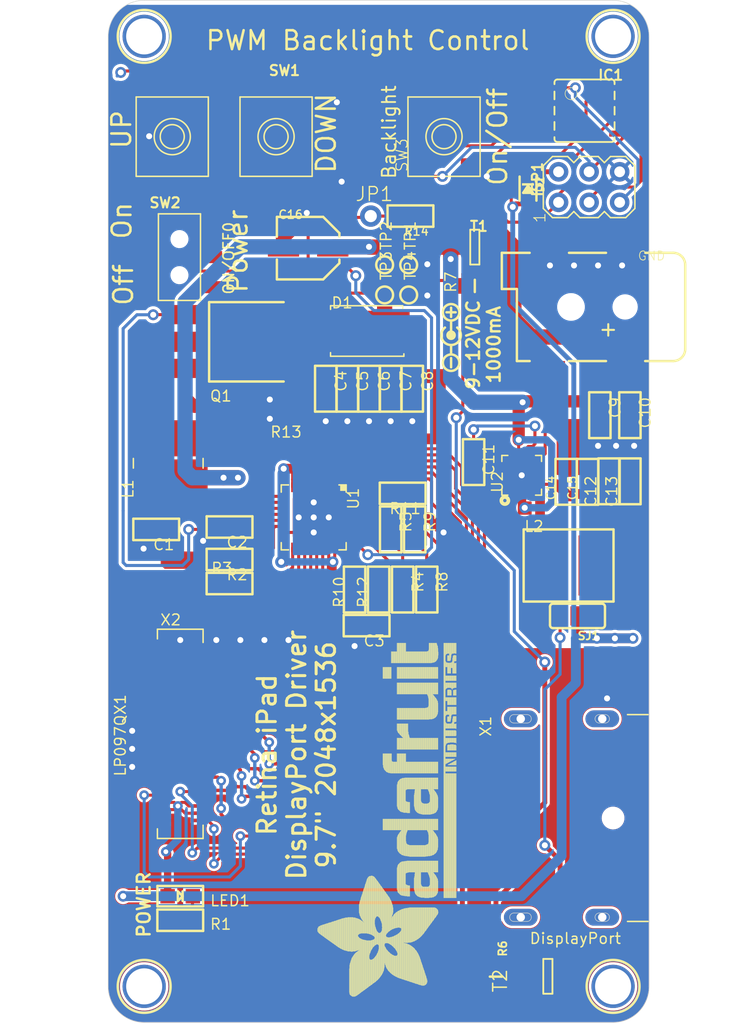
<source format=kicad_pcb>
(kicad_pcb (version 20221018) (generator pcbnew)
  (layers (0 "F.Cu" signal) (31 "B.Cu" signal) (34 "B.Paste" user) (35 "F.Paste" user) (36 "B.SilkS" user "B.Silkscreen") (37 "F.SilkS" user "F.Silkscreen") (38 "B.Mask" user) (39 "F.Mask" user) (44 "Edge.Cuts" user))
  (net 0 "")
  (net 1 "N$1")
  (net 2 "N$2")
  (net 3 "N$3")
  (net 4 "N$4")
  (net 5 "N$5")
  (net 6 "N$6")
  (net 7 "N$7")
  (net 8 "N$8")
  (net 9 "AUX+")
  (net 10 "AUX-")
  (net 11 "HOTPLUG")
  (net 12 "GND")
  (net 13 "VCC")
  (net 14 "20V")
  (net 15 "N$14")
  (net 16 "VIN")
  (net 17 "BUP")
  (net 18 "BDOWN")
  (net 19 "MOSI")
  (net 20 "SCLK")
  (net 21 "N$17")
  (net 22 "ON/OFF")
  (net 23 "RST")
  (net 24 "N$9")
  (net 25 "N$10")
  (net 26 "N$11")
  (net 27 "N$12")
  (net 28 "N$13")
  (net 29 "N$15")
  (net 30 "N$16")
  (net 31 "N$19")
  (net 32 "N$20")
  (net 33 "N$22")
  (net 34 "N$23")
  (net 35 "N$24")
  (net 36 "N$25")
  (net 37 "LEDK_A1")
  (net 38 "LEDK_A2")
  (net 39 "LEDK_A3")
  (net 40 "LEDK_A4")
  (net 41 "LEDK_A5")
  (net 42 "LEDK_A6")
  (net 43 "LEDK_B1")
  (net 44 "LEDK_B2")
  (net 45 "LEDK_B3")
  (net 46 "LEDK_B4")
  (net 47 "LEDK_B5")
  (net 48 "LEDK_B6")
  (net 49 "N$28")
  (net 50 "N$29")
  (net 51 "N$21")
  (net 52 "MISO")
  (net 53 "PWM")
  (net 54 "3.3V")
  (net 55 "N$27")
  (net 56 "DPP")
  (footprint "working:_0805" (layer "F.Cu") (at 147.5011 114.5036 180)
    (fp_text reference "C3")
    (fp_text value "4.7nF")
  )
  (footprint "working:MOUNTINGHOLE_3.0_PLATEDTHIN" (layer "F.Cu") (at 168.0011 65.5036)
    (fp_text reference "U$32" hide)
    (fp_text value "MOUNTINGHOLE3.0THIN" hide)
  )
  (footprint "working:_0805" (layer "F.Cu") (at 149.5011 94.8036 -90)
    (fp_text reference "C7")
    (fp_text value "4.7uF/50V")
  )
  (footprint "working:_0805" (layer "F.Cu") (at 151.3011 94.8036 -90)
    (fp_text reference "C8")
    (fp_text value "4.7uF/50V")
  )
  (footprint "working:FIDUCIAL_1MM" (layer "F.Cu") (at 164.4291 64.1616)
    (fp_text reference "FID2" hide)
    (fp_text value "FIDUCIAL\"\"" hide)
  )
  (footprint "working:DPAK" (layer "F.Cu") (at 137.4011 90.9036 -90)
    (fp_text reference "Q1")
    (fp_text value "IRLR024NTRPBF")
  )
  (footprint "working:AVRISP" (layer "F.Cu") (at 166.0071 78.0356 90)
    (fp_text reference "ISP1")
    (fp_text value "AVRISP-6" hide)
  )
  (footprint "working:_0805" (layer "F.Cu") (at 166.9011 97.0036 -90)
    (fp_text reference "C9")
    (fp_text value "10uF/16V")
  )
  (footprint "working:SOLDERJUMPER_2WAY_OPEN_NOPASTE" (layer "F.Cu") (at 165.0409 113.6962 180)
    (fp_text reference "SJ1")
    (fp_text value "")
  )
  (footprint "working:FIDUCIAL_1MM" (layer "F.Cu") (at 132.5011 142.7536)
    (fp_text reference "FID1" hide)
    (fp_text value "FIDUCIAL\"\"" hide)
  )
  (footprint "working:_0805" (layer "F.Cu") (at 169.4011 97.0036 -90)
    (fp_text reference "C10")
    (fp_text value "10uF/16V")
  )
  (footprint "working:EVQ-Q2" (layer "F.Cu") (at 131.3351 73.8436 -90)
    (fp_text reference "SW2")
    (fp_text value "SPST_TACT-EVQQ2")
  )
  (footprint "working:_0805MP" (layer "F.Cu") (at 158.2591 143.6936 -90)
    (fp_text reference "R6")
    (fp_text value "20K")
  )
  (footprint "working:SOIC8" (layer "F.Cu") (at 165.6251 71.6856 -90)
    (fp_text reference "IC1")
    (fp_text value "ATTINY85-20S")
  )
  (footprint "working:EVQ-Q2" (layer "F.Cu") (at 139.9711 73.8436 90)
    (fp_text reference "SW1")
    (fp_text value "SPST_TACT-EVQQ2")
  )
  (footprint "working:TESTPOINT_ROUND_1MM" (layer "F.Cu") (at 149.0011 84.5036 90)
    (fp_text reference "TP2")
    (fp_text value "VIN")
  )
  (footprint "working:_0805" (layer "F.Cu") (at 146.5011 111.5036 90)
    (fp_text reference "R10")
    (fp_text value "47K")
  )
  (footprint "working:PANASONIC_C" (layer "F.Cu") (at 142.6381 83.1146)
    (fp_text reference "C16")
    (fp_text value "47uF 25V")
  )
  (footprint "working:_0805" (layer "F.Cu") (at 147.7011 94.8036 -90)
    (fp_text reference "C6")
    (fp_text value "4.7uF/50V")
  )
  (footprint "working:_0805" (layer "F.Cu") (at 136.1011 106.3036 180)
    (fp_text reference "C2")
    (fp_text value "4.7uF/50V")
  )
  (footprint "working:ADAFRUIT_TEXT_30MM" (layer "F.Cu") (at 154.9571 145.5986 90)
    (fp_text reference "U$39" hide)
    (fp_text value "" hide)
  )
  (footprint "working:FPC_51PIN_502250-5191_EXT" (layer "F.Cu") (at 132.0011 123.5036 -90)
    (fp_text reference "X2")
    (fp_text value "502250-5191")
  )
  (footprint "working:_0805" (layer "F.Cu") (at 150.5011 111.5036 -90)
    (fp_text reference "R4")
    (fp_text value "20K")
  )
  (footprint "working:_0805" (layer "F.Cu") (at 136.1011 109.0036 180)
    (fp_text reference "R2")
    (fp_text value "100K")
  )
  (footprint "working:_0805" (layer "F.Cu") (at 150.5011 103.5036 180)
    (fp_text reference "R11")
    (fp_text value "15K")
  )
  (footprint "working:EG1390" (layer "F.Cu") (at 131.9351 83.8616 -90)
    (fp_text reference "ON/OFF0")
    (fp_text value "EG1390")
  )
  (footprint "working:_0805" (layer "F.Cu") (at 144.1011 94.8036 -90)
    (fp_text reference "C4")
    (fp_text value "4.7uF/50V")
  )
  (footprint "working:1X01-CLEANBIG" (layer "F.Cu") (at 147.8451 80.4476)
    (fp_text reference "JP1")
    (fp_text value "")
  )
  (footprint "working:TESTPOINT_ROUND_1MM" (layer "F.Cu") (at 149.0011 87.0036 90)
    (fp_text reference "TP3")
    (fp_text value "20V")
  )
  (footprint "working:_0805" (layer "F.Cu") (at 136.1011 111.0036)
    (fp_text reference "R3")
    (fp_text value "100K")
  )
  (footprint "working:POWERDI-5" (layer "F.Cu") (at 147.5011 90.0036 -90)
    (fp_text reference "D1")
    (fp_text value "PDS560-13")
  )
  (footprint "working:_0805" (layer "F.Cu") (at 151.5011 106.5036 -90)
    (fp_text reference "R9")
    (fp_text value "20K")
  )
  (footprint "working:2512" (layer "F.Cu") (at 138.5011 96.5036 180)
    (fp_text reference "R13")
    (fp_text value "0.058")
  )
  (footprint "working:SYMBOL_POSITIVE_CENTER-M" (layer "F.Cu") (at 154.5271 90.3536 -90)
    (fp_text reference "U$10" hide)
    (fp_text value "" hide)
  )
  (footprint "working:EVQ-Q2" (layer "F.Cu") (at 153.9411 73.8436 90)
    (fp_text reference "SW3")
    (fp_text value "SPST_TACT-EVQQ2")
  )
  (footprint "working:_0805" (layer "F.Cu") (at 151.1471 80.4476 180)
    (fp_text reference "R14")
    (fp_text value "20K")
  )
  (footprint "working:_0805" (layer "F.Cu") (at 165.8791 102.5456 90)
    (fp_text reference "C15")
    (fp_text value "0.1uF")
  )
  (footprint "working:FIDUCIAL_1MM" (layer "F.Cu") (at 135.9011 100.0036)
    (fp_text reference "FID3" hide)
    (fp_text value "FIDUCIAL\"\"" hide)
  )
  (footprint "working:_0805" (layer "F.Cu") (at 164.1011 102.5456 90)
    (fp_text reference "C14")
    (fp_text value "0.1uF")
  )
  (footprint "working:_0805" (layer "F.Cu") (at 167.6631 102.5036 90)
    (fp_text reference "C12")
    (fp_text value "10uF")
  )
  (footprint "working:TESTPOINT_ROUND_1MM" (layer "F.Cu") (at 151.0011 84.5036 90)
    (fp_text reference "TP1")
    (fp_text value "GND")
  )
  (footprint "working:_0805" (layer "F.Cu") (at 152.5011 111.5036 -90)
    (fp_text reference "R8")
    (fp_text value "47K")
  )
  (footprint "working:SOT-23" (layer "F.Cu") (at 162.5771 143.6936 90)
    (fp_text reference "T2")
    (fp_text value "IRLML2246")
  )
  (footprint "working:CHIPLED_0805" (layer "F.Cu") (at 132.0011 137.0036 -90)
    (fp_text reference "LED1")
    (fp_text value "green")
  )
  (footprint "working:INDUCTOR_5X5MM_TDK_VLC5045" (layer "F.Cu") (at 164.3011 109.5036)
    (fp_text reference "L2")
    (fp_text value "4.7uH (445-6526-1-ND)")
  )
  (footprint "working:_0805" (layer "F.Cu") (at 148.5011 111.5036 90)
    (fp_text reference "R12")
    (fp_text value "7.5K")
  )
  (footprint "working:_0805" (layer "F.Cu") (at 132.0011 139.0036 180)
    (fp_text reference "R1")
    (fp_text value "470")
  )
  (footprint "working:_0805MP" (layer "F.Cu") (at 156.5011 86.2536)
    (fp_text reference "R7")
    (fp_text value "20K")
  )
  (footprint "working:SOT-23" (layer "F.Cu") (at 156.5011 83.0036 -90)
    (fp_text reference "T1")
    (fp_text value "IRLML2246")
  )
  (footprint "working:MOUNTINGHOLE_3.0_PLATEDTHIN" (layer "F.Cu") (at 129.0011 65.5036)
    (fp_text reference "U$33" hide)
    (fp_text value "MOUNTINGHOLE3.0THIN" hide)
  )
  (footprint "working:_0805" (layer "F.Cu") (at 169.4011 102.5036 90)
    (fp_text reference "C13")
    (fp_text value "10uF")
  )
  (footprint "working:INDUCTOR_6X6MM_SUMIDA_CDRH5D28" (layer "F.Cu") (at 131.0011 101.0036 90)
    (fp_text reference "L1")
    (fp_text value "22uH")
  )
  (footprint "working:MOUNTINGHOLE_3.0_PLATEDTHIN" (layer "F.Cu") (at 129.0011 144.5036)
    (fp_text reference "U$34" hide)
    (fp_text value "MOUNTINGHOLE3.0THIN" hide)
  )
  (footprint "working:_0805" (layer "F.Cu") (at 156.4011 100.9036 -90)
    (fp_text reference "C11")
    (fp_text value "22nF")
  )
  (footprint "working:SOD-323" (layer "F.Cu") (at 160.9261 78.1616 -90)
    (fp_text reference "D2")
    (fp_text value "1N4148")
  )
  (footprint "working:_0805" (layer "F.Cu") (at 149.5011 106.5036 -90)
    (fp_text reference "R5")
    (fp_text value "27K")
  )
  (footprint "working:DISPLAYPORT_0472720001" (layer "F.Cu") (at 168.0011 130.5036 90)
    (fp_text reference "X1")
    (fp_text value "0472720001")
    (fp_line (start -8.6 -7.7) (end -8.6 -8.25) (stroke (width 0.05)) (layer "Edge.Cuts"))
    (fp_line (start -8.6 -7.15) (end -8.6 -7.7) (stroke (width 0.05)) (layer "Edge.Cuts"))
    (fp_line (start -8.6 -0.9) (end -8.6 -1.15) (stroke (width 0.05)) (layer "Edge.Cuts"))
    (fp_line (start -8.6 -0.65) (end -8.6 -0.9) (stroke (width 0.05)) (layer "Edge.Cuts"))
    (fp_line (start -7.9 -8.25) (end -7.9 -7.7) (stroke (width 0.05)) (layer "Edge.Cuts"))
    (fp_line (start -7.9 -7.7) (end -7.9 -7.15) (stroke (width 0.05)) (layer "Edge.Cuts"))
    (fp_line (start -7.9 -1.15) (end -7.9 -0.9) (stroke (width 0.05)) (layer "Edge.Cuts"))
    (fp_line (start -7.9 -0.9) (end -7.9 -0.65) (stroke (width 0.05)) (layer "Edge.Cuts"))
    (fp_line (start 7.9 -7.7) (end 7.9 -8.25) (stroke (width 0.05)) (layer "Edge.Cuts"))
    (fp_line (start 7.9 -7.15) (end 7.9 -7.7) (stroke (width 0.05)) (layer "Edge.Cuts"))
    (fp_line (start 7.9 -0.9) (end 7.9 -1.15) (stroke (width 0.05)) (layer "Edge.Cuts"))
    (fp_line (start 7.9 -0.65) (end 7.9 -0.9) (stroke (width 0.05)) (layer "Edge.Cuts"))
    (fp_line (start 8.6 -8.25) (end 8.6 -7.7) (stroke (width 0.05)) (layer "Edge.Cuts"))
    (fp_line (start 8.6 -7.7) (end 8.6 -7.15) (stroke (width 0.05)) (layer "Edge.Cuts"))
    (fp_line (start 8.6 -1.15) (end 8.6 -0.9) (stroke (width 0.05)) (layer "Edge.Cuts"))
    (fp_line (start 8.6 -0.9) (end 8.6 -0.65) (stroke (width 0.05)) (layer "Edge.Cuts"))
    (fp_arc (start -8.6 -8.25) (mid -8.497487 -8.497487) (end -8.25 -8.6) (stroke (width 0.05)) (layer "Edge.Cuts"))
    (fp_arc (start -8.6 -1.15) (mid -8.497487 -1.397487) (end -8.25 -1.5) (stroke (width 0.05)) (layer "Edge.Cuts"))
    (fp_arc (start -8.25 -8.6) (mid -8.002513 -8.497487) (end -7.9 -8.25) (stroke (width 0.05)) (layer "Edge.Cuts"))
    (fp_arc (start -8.25 -6.8) (mid -8.497487 -6.902513) (end -8.6 -7.15) (stroke (width 0.05)) (layer "Edge.Cuts"))
    (fp_arc (start -8.25 -1.5) (mid -8.002513 -1.397487) (end -7.9 -1.15) (stroke (width 0.05)) (layer "Edge.Cuts"))
    (fp_arc (start -8.25 -0.3) (mid -8.497487 -0.402513) (end -8.6 -0.65) (stroke (width 0.05)) (layer "Edge.Cuts"))
    (fp_arc (start -7.9 -7.15) (mid -8.002513 -6.902513) (end -8.25 -6.8) (stroke (width 0.05)) (layer "Edge.Cuts"))
    (fp_arc (start -7.9 -0.65) (mid -8.002513 -0.402513) (end -8.25 -0.3) (stroke (width 0.05)) (layer "Edge.Cuts"))
    (fp_arc (start 7.9 -8.25) (mid 8.002513 -8.497487) (end 8.25 -8.6) (stroke (width 0.05)) (layer "Edge.Cuts"))
    (fp_arc (start 7.9 -1.15) (mid 8.002513 -1.397487) (end 8.25 -1.5) (stroke (width 0.05)) (layer "Edge.Cuts"))
    (fp_arc (start 8.25 -8.6) (mid 8.497487 -8.497487) (end 8.6 -8.25) (stroke (width 0.05)) (layer "Edge.Cuts"))
    (fp_arc (start 8.25 -6.8) (mid 8.002513 -6.902513) (end 7.9 -7.15) (stroke (width 0.05)) (layer "Edge.Cuts"))
    (fp_arc (start 8.25 -1.5) (mid 8.497487 -1.397487) (end 8.6 -1.15) (stroke (width 0.05)) (layer "Edge.Cuts"))
    (fp_arc (start 8.25 -0.3) (mid 8.002513 -0.402513) (end 7.9 -0.65) (stroke (width 0.05)) (layer "Edge.Cuts"))
    (fp_arc (start 8.6 -7.15) (mid 8.497487 -6.902513) (end 8.25 -6.8) (stroke (width 0.05)) (layer "Edge.Cuts"))
    (fp_arc (start 8.6 -0.65) (mid 8.497487 -0.402513) (end 8.25 -0.3) (stroke (width 0.05)) (layer "Edge.Cuts"))
  )
  (footprint "working:_0805" (layer "F.Cu") (at 130.0011 106.5036 180)
    (fp_text reference "C1")
    (fp_text value "10uF")
  )
  (footprint "working:QFN16_3MM" (layer "F.Cu") (at 160.4011 102.0036 90)
    (fp_text reference "U2")
    (fp_text value "MCP16321T-330E/NG ")
  )
  (footprint "working:DCJACK_2MM_SMT" (layer "F.Cu") (at 169.0011 88.0036 180)
    (fp_text reference "X3")
    (fp_text value "2.1mm")
  )
  (footprint "working:TESTPOINT_ROUND_1MM" (layer "F.Cu") (at 151.0011 87.0036 90)
    (fp_text reference "TP4")
    (fp_text value "GND")
  )
  (footprint "working:_0805" (layer "F.Cu") (at 145.9011 94.8036 -90)
    (fp_text reference "C5")
    (fp_text value "4.7uF/50V")
  )
  (footprint "working:QFN32_5MM" (layer "F.Cu") (at 143.1011 105.5036 -90)
    (fp_text reference "U1")
    (fp_text value "LT3754")
  )
  (footprint "working:MOUNTINGHOLE_3.0_PLATEDTHIN" (layer "F.Cu") (at 168.0011 144.5036)
    (fp_text reference "U$11" hide)
    (fp_text value "MOUNTINGHOLE3.0THIN" hide)
  )
  (gr_line (start 129.0011 62.5036) (end 168.0011 62.5036) (stroke (width 0.05)) (layer "Edge.Cuts"))
  (gr_arc (start 129.0011 147.5036) (mid 126.87978 146.62492) (end 126.0011 144.5036) (stroke (width 0.05)) (layer "Edge.Cuts"))
  (gr_line (start 171.0011 65.5036) (end 171.0011 144.5036) (stroke (width 0.05)) (layer "Edge.Cuts"))
  (gr_line (start 168.0011 147.5036) (end 129.0011 147.5036) (stroke (width 0.05)) (layer "Edge.Cuts"))
  (gr_arc (start 168.0011 62.5036) (mid 170.12242 63.38228) (end 171.0011 65.5036) (stroke (width 0.05)) (layer "Edge.Cuts"))
  (gr_arc (start 171.0011 144.5036) (mid 170.12242 146.62492) (end 168.0011 147.5036) (stroke (width 0.05)) (layer "Edge.Cuts"))
  (gr_line (start 126.0011 144.5036) (end 126.0011 65.5036) (stroke (width 0.05)) (layer "Edge.Cuts"))
  (gr_arc (start 126.0011 65.5036) (mid 126.87978 63.38228) (end 129.0011 62.5036) (stroke (width 0.05)) (layer "Edge.Cuts"))
  (gr_text "Off" (at 127.2711 86.1626 90) (layer "F.SilkS") (effects (font (size 1.56464 1.56464) (thickness 0.21336))))
  (gr_text "On" (at 127.1441 80.8286 90) (layer "F.SilkS") (effects (font (size 1.56464 1.56464) (thickness 0.21336))))
  (gr_text "DOWN" (at 145.0511 77.0186 90) (layer "F.SilkS") (effects (font (size 1.56464 1.56464) (thickness 0.21336)) (justify left bottom)))
  (gr_text "UP" (at 128.0331 74.9866 90) (layer "F.SilkS") (effects (font (size 1.56464 1.56464) (thickness 0.21336)) (justify left bottom)))
  (gr_text "LP097QX1" (at 127.0171 123.6276 90) (layer "F.SilkS") (effects (font (size 0.89408 0.89408) (thickness 0.12192))))
  (gr_text "POWER" (at 128.9701 137.6996 90) (layer "F.SilkS") (effects (font (size 1.0668 1.0668) (thickness 0.2032))))
  (gr_text "Power" (at 136.7961 83.3686 90) (layer "F.SilkS") (effects (font (size 1.56464 1.56464) (thickness 0.21336))))
  (gr_text "DisplayPort" (at 164.8631 140.5186) (layer "F.SilkS") (effects (font (size 0.89408 0.89408) (thickness 0.12192))))
  (gr_text "On/Off" (at 158.3861 73.8436 90) (layer "F.SilkS") (effects (font (size 1.56464 1.56464) (thickness 0.21336))))
  (gr_text "Backlight" (at 149.3691 73.4626 90) (layer "F.SilkS") (effects (font (size 1.1176 1.1176) (thickness 0.1524))))
  (gr_text "Retina iPad\nDisplayPort Driver\n9.7\" 2048x1536" (at 141.6761 125.2496 90) (layer "F.SilkS") (effects (font (size 1.52908 1.52908) (thickness 0.24892))))
  (gr_text "9-12VDC\n1000mA" (at 157.2221 91.1476 90) (layer "F.SilkS") (effects (font (size 1.0668 1.0668) (thickness 0.2032))))
  (gr_text "PWM Backlight Control" (at 147.5911 65.8426) (layer "F.SilkS") (effects (font (size 1.56464 1.56464) (thickness 0.21336))))
  (segment (start 141.3011 131.5036) (end 141.8011 131.0036) (width 0.28) (layer "F.Cu") (net 1))
  (segment (start 133.5511 127.1036) (end 135.1011 127.1036) (width 0.28) (layer "F.Cu") (net 1))
  (segment (start 135.1011 127.1036) (end 135.4011 127.4036) (width 0.28) (layer "F.Cu") (net 1))
  (segment (start 143.3011 130.5036) (end 142.7011 131.1036) (width 0.28) (layer "F.Cu") (net 1))
  (segment (start 157.7211 130.5036) (end 143.3011 130.5036) (width 0.28) (layer "F.Cu") (net 1))
  (segment (start 140.1011 131.1036) (end 140.5011 131.5036) (width 0.28) (layer "F.Cu") (net 1))
  (segment (start 140.1011 130.7036) (end 140.1011 131.1036) (width 0.28) (layer "F.Cu") (net 1))
  (segment (start 142.7011 131.3036) (end 142.7011 131.1036) (width 0.28) (layer "F.Cu") (net 1))
  (segment (start 140.0011 130.6036) (end 140.1011 130.7036) (width 0.28) (layer "F.Cu") (net 1))
  (segment (start 142.2011 131.1036) (end 142.2011 131.3036) (width 0.28) (layer "F.Cu") (net 1))
  (segment (start 142.6011 131.4036) (end 142.7011 131.3036) (width 0.28) (layer "F.Cu") (net 1))
  (segment (start 141.8011 131.0036) (end 142.1011 131.0036) (width 0.28) (layer "F.Cu") (net 1))
  (segment (start 135.4011 129.7036) (end 135.4011 130.2036) (width 0.28) (layer "F.Cu") (net 1))
  (segment (start 140.5011 131.5036) (end 141.3011 131.5036) (width 0.28) (layer "F.Cu") (net 1))
  (segment (start 135.8011 130.6036) (end 140.0011 130.6036) (width 0.28) (layer "F.Cu") (net 1))
  (segment (start 142.3011 131.4036) (end 142.6011 131.4036) (width 0.28) (layer "F.Cu") (net 1))
  (segment (start 135.4011 130.2036) (end 135.8011 130.6036) (width 0.28) (layer "F.Cu") (net 1))
  (segment (start 142.2011 131.3036) (end 142.3011 131.4036) (width 0.28) (layer "F.Cu") (net 1))
  (segment (start 142.1011 131.0036) (end 142.2011 131.1036) (width 0.28) (layer "F.Cu") (net 1))
  (via (at 135.4011 127.4036) (size 0.8064) (drill 0.4) (layers "F.Cu" "B.Cu") (net 1))
  (via (at 135.4011 129.7036) (size 0.8064) (drill 0.4) (layers "F.Cu" "B.Cu") (net 1))
  (segment (start 135.4011 127.4036) (end 135.4011 129.7036) (width 0.28) (layer "B.Cu") (net 1))
  (segment (start 137.7011 130.1036) (end 136.3011 130.1036) (width 0.28) (layer "F.Cu") (net 2))
  (segment (start 143.6011 129.5036) (end 157.7211 129.5036) (width 0.28) (layer "F.Cu") (net 2))
  (segment (start 141.3011 130.5036) (end 142.6011 130.5036) (width 0.28) (layer "F.Cu") (net 2))
  (segment (start 134.4011 127.7036) (end 134.9011 128.2036) (width 0.28) (layer "F.Cu") (net 2))
  (segment (start 138.5011 129.8036) (end 138.5011 129.4036) (width 0.28) (layer "F.Cu") (net 2))
  (segment (start 137.8011 130.0036) (end 137.7011 130.1036) (width 0.28) (layer "F.Cu") (net 2))
  (segment (start 136.2011 128.5036) (end 136.2011 130.0036) (width 0.28) (layer "F.Cu") (net 2))
  (segment (start 140.4011 130.1036) (end 140.7011 130.4036) (width 0.28) (layer "F.Cu") (net 2))
  (segment (start 135.9011 128.2036) (end 136.2011 128.5036) (width 0.28) (layer "F.Cu") (net 2))
  (segment (start 140.7011 130.4036) (end 140.7011 130.9036) (width 0.28) (layer "F.Cu") (net 2))
  (segment (start 138.5011 129.4036) (end 138.3011 129.2036) (width 0.28) (layer "F.Cu") (net 2))
  (segment (start 140.7011 130.9036) (end 140.8011 131.0036) (width 0.28) (layer "F.Cu") (net 2))
  (segment (start 138.0011 129.2036) (end 137.8011 129.4036) (width 0.28) (layer "F.Cu") (net 2))
  (segment (start 133.5511 127.7036) (end 134.4011 127.7036) (width 0.28) (layer "F.Cu") (net 2))
  (segment (start 141.2011 130.9036) (end 141.2011 130.6036) (width 0.28) (layer "F.Cu") (net 2))
  (segment (start 141.2011 130.6036) (end 141.3011 130.5036) (width 0.28) (layer "F.Cu") (net 2))
  (segment (start 138.8011 130.1036) (end 140.4011 130.1036) (width 0.28) (layer "F.Cu") (net 2))
  (segment (start 138.3011 129.2036) (end 138.0011 129.2036) (width 0.28) (layer "F.Cu") (net 2))
  (segment (start 138.5011 129.8036) (end 138.8011 130.1036) (width 0.28) (layer "F.Cu") (net 2))
  (segment (start 137.8011 129.4036) (end 137.8011 130.0036) (width 0.28) (layer "F.Cu") (net 2))
  (segment (start 136.2011 130.0036) (end 136.3011 130.1036) (width 0.28) (layer "F.Cu") (net 2))
  (segment (start 142.6011 130.5036) (end 143.6011 129.5036) (width 0.28) (layer "F.Cu") (net 2))
  (segment (start 134.9011 128.2036) (end 135.9011 128.2036) (width 0.28) (layer "F.Cu") (net 2))
  (segment (start 140.8011 131.0036) (end 141.1011 131.0036) (width 0.28) (layer "F.Cu") (net 2))
  (segment (start 141.1011 131.0036) (end 141.2011 130.9036) (width 0.28) (layer "F.Cu") (net 2))
  (segment (start 136.4011 125.9036) (end 137.0011 126.5036) (width 0.28) (layer "F.Cu") (net 3))
  (segment (start 138.8011 128.7036) (end 139.0011 128.9036) (width 0.28) (layer "F.Cu") (net 3))
  (segment (start 141.0011 129.2036) (end 141.0011 129.8036) (width 0.28) (layer "F.Cu") (net 3))
  (segment (start 137.0011 126.9036) (end 137.1011 127.0036) (width 0.28) (layer "F.Cu") (net 3))
  (segment (start 139.0011 129.4036) (end 139.2011 129.6036) (width 0.28) (layer "F.Cu") (net 3))
  (segment (start 141.0011 129.8036) (end 141.2011 130.0036) (width 0.28) (layer "F.Cu") (net 3))
  (segment (start 137.0011 126.5036) (end 137.0011 126.9036) (width 0.28) (layer "F.Cu") (net 3))
  (segment (start 139.2011 129.6036) (end 140.1011 129.6036) (width 0.28) (layer "F.Cu") (net 3))
  (segment (start 140.6011 129.1036) (end 140.9011 129.1036) (width 0.28) (layer "F.Cu") (net 3))
  (segment (start 140.9011 129.1036) (end 141.0011 129.2036) (width 0.28) (layer "F.Cu") (net 3))
  (segment (start 137.3011 128.7036) (end 138.8011 128.7036) (width 0.28) (layer "F.Cu") (net 3))
  (segment (start 157.7211 129.0036) (end 143.3011 129.0036) (width 0.28) (layer "F.Cu") (net 3))
  (segment (start 137.1011 128.9036) (end 137.3011 128.7036) (width 0.28) (layer "F.Cu") (net 3))
  (segment (start 141.2011 130.0036) (end 142.3011 130.0036) (width 0.28) (layer "F.Cu") (net 3))
  (segment (start 133.5511 125.9036) (end 136.4011 125.9036) (width 0.28) (layer "F.Cu") (net 3))
  (segment (start 140.1011 129.6036) (end 140.6011 129.1036) (width 0.28) (layer "F.Cu") (net 3))
  (segment (start 139.0011 128.9036) (end 139.0011 129.4036) (width 0.28) (layer "F.Cu") (net 3))
  (segment (start 143.3011 129.0036) (end 142.3011 130.0036) (width 0.28) (layer "F.Cu") (net 3))
  (via (at 137.1011 128.9036) (size 0.8064) (drill 0.4) (layers "F.Cu" "B.Cu") (net 3))
  (via (at 137.1011 127.0036) (size 0.8064) (drill 0.4) (layers "F.Cu" "B.Cu") (net 3))
  (segment (start 137.1011 127.0036) (end 137.1011 128.9036) (width 0.28) (layer "B.Cu") (net 3))
  (segment (start 137.4011 127.9036) (end 137.7011 128.2036) (width 0.28) (layer "F.Cu") (net 4))
  (segment (start 139.0011 128.2036) (end 139.5011 128.7036) (width 0.28) (layer "F.Cu") (net 4))
  (segment (start 137.7011 128.2036) (end 139.0011 128.2036) (width 0.28) (layer "F.Cu") (net 4))
  (segment (start 141.5011 128.3036) (end 141.5011 129.2036) (width 0.28) (layer "F.Cu") (net 4))
  (segment (start 144.0011 128.0036) (end 157.7211 128.0036) (width 0.28) (layer "F.Cu") (net 4))
  (segment (start 143.5011 128.5036) (end 144.0011 128.0036) (width 0.28) (layer "F.Cu") (net 4))
  (segment (start 141.1011 127.9036) (end 141.5011 128.3036) (width 0.28) (layer "F.Cu") (net 4))
  (segment (start 136.3011 126.7036) (end 136.3011 127.5036) (width 0.28) (layer "F.Cu") (net 4))
  (segment (start 136.3011 127.5036) (end 136.7011 127.9036) (width 0.28) (layer "F.Cu") (net 4))
  (segment (start 141.5011 129.2036) (end 141.6011 129.3036) (width 0.28) (layer "F.Cu") (net 4))
  (segment (start 136.7011 127.9036) (end 137.4011 127.9036) (width 0.28) (layer "F.Cu") (net 4))
  (segment (start 139.5011 128.7036) (end 139.5011 129.0036) (width 0.28) (layer "F.Cu") (net 4))
  (segment (start 139.6011 129.1036) (end 139.9011 129.1036) (width 0.28) (layer "F.Cu") (net 4))
  (segment (start 142.2011 129.1036) (end 142.2011 128.6036) (width 0.28) (layer "F.Cu") (net 4))
  (segment (start 140.0011 129.0036) (end 140.0011 128.1036) (width 0.28) (layer "F.Cu") (net 4))
  (segment (start 133.5511 126.5036) (end 136.1011 126.5036) (width 0.28) (layer "F.Cu") (net 4))
  (segment (start 140.2011 127.9036) (end 141.1011 127.9036) (width 0.28) (layer "F.Cu") (net 4))
  (segment (start 141.6011 129.3036) (end 142.0011 129.3036) (width 0.28) (layer "F.Cu") (net 4))
  (segment (start 142.3011 128.5036) (end 143.5011 128.5036) (width 0.28) (layer "F.Cu") (net 4))
  (segment (start 142.0011 129.3036) (end 142.2011 129.1036) (width 0.28) (layer "F.Cu") (net 4))
  (segment (start 139.5011 129.0036) (end 139.6011 129.1036) (width 0.28) (layer "F.Cu") (net 4))
  (segment (start 142.2011 128.6036) (end 142.3011 128.5036) (width 0.28) (layer "F.Cu") (net 4))
  (segment (start 136.1011 126.5036) (end 136.3011 126.7036) (width 0.28) (layer "F.Cu") (net 4))
  (segment (start 140.0011 128.1036) (end 140.2011 127.9036) (width 0.28) (layer "F.Cu") (net 4))
  (segment (start 139.9011 129.1036) (end 140.0011 129.0036) (width 0.28) (layer "F.Cu") (net 4))
  (segment (start 138.2011 125.5036) (end 138.2011 125.2036) (width 0.28) (layer "F.Cu") (net 5))
  (segment (start 143.7011 127.5036) (end 143.2011 128.0036) (width 0.28) (layer "F.Cu") (net 5))
  (segment (start 157.7211 127.5036) (end 143.7011 127.5036) (width 0.28) (layer "F.Cu") (net 5))
  (segment (start 141.9011 127.9036) (end 142.0011 128.0036) (width 0.28) (layer "F.Cu") (net 5))
  (segment (start 142.0011 126.7036) (end 141.7011 126.7036) (width 0.28) (layer "F.Cu") (net 5))
  (segment (start 142.0011 128.0036) (end 143.2011 128.0036) (width 0.28) (layer "F.Cu") (net 5))
  (segment (start 138.2011 125.2036) (end 137.7011 124.7036) (width 0.28) (layer "F.Cu") (net 5))
  (segment (start 142.1011 126.8036) (end 142.1011 127.3036) (width 0.28) (layer "F.Cu") (net 5))
  (segment (start 142.1011 127.3036) (end 141.9011 127.5036) (width 0.28) (layer "F.Cu") (net 5))
  (segment (start 138.2011 127.4036) (end 139.9011 127.4036) (width 0.28) (layer "F.Cu") (net 5))
  (segment (start 140.1011 127.2036) (end 140.3011 127.2036) (width 0.28) (layer "F.Cu") (net 5))
  (segment (start 141.6011 126.8036) (end 141.6011 127.0036) (width 0.28) (layer "F.Cu") (net 5))
  (segment (start 141.9011 127.5036) (end 141.9011 127.9036) (width 0.28) (layer "F.Cu") (net 5))
  (segment (start 139.9011 127.4036) (end 140.1011 127.2036) (width 0.28) (layer "F.Cu") (net 5))
  (segment (start 137.7011 124.7036) (end 133.5511 124.7036) (width 0.28) (layer "F.Cu") (net 5))
  (segment (start 140.5011 127.4036) (end 141.2011 127.4036) (width 0.28) (layer "F.Cu") (net 5))
  (segment (start 141.6011 127.0036) (end 141.2011 127.4036) (width 0.28) (layer "F.Cu") (net 5))
  (segment (start 141.7011 126.7036) (end 141.6011 126.8036) (width 0.28) (layer "F.Cu") (net 5))
  (segment (start 140.3011 127.2036) (end 140.5011 127.4036) (width 0.28) (layer "F.Cu") (net 5))
  (segment (start 142.1011 126.8036) (end 142.0011 126.7036) (width 0.28) (layer "F.Cu") (net 5))
  (via (at 138.2011 127.4036) (size 0.8064) (drill 0.4) (layers "F.Cu" "B.Cu") (net 5))
  (via (at 138.2011 125.5036) (size 0.8064) (drill 0.4) (layers "F.Cu" "B.Cu") (net 5))
  (segment (start 138.2011 127.4036) (end 138.2011 125.5036) (width 0.28) (layer "B.Cu") (net 5))
  (segment (start 140.7011 126.9036) (end 141.0011 126.9036) (width 0.28) (layer "F.Cu") (net 6))
  (segment (start 144.2011 127.0036) (end 144.3011 126.9036) (width 0.28) (layer "F.Cu") (net 6))
  (segment (start 145.1011 126.6036) (end 145.2011 126.5036) (width 0.28) (layer "F.Cu") (net 6))
  (segment (start 143.1011 126.6036) (end 143.2011 126.5036) (width 0.28) (layer "F.Cu") (net 6))
  (segment (start 144.6011 126.6036) (end 144.7011 126.7036) (width 0.28) (layer "F.Cu") (net 6))
  (segment (start 139.7011 126.9036) (end 140.0011 126.6036) (width 0.28) (layer "F.Cu") (net 6))
  (segment (start 140.4011 126.6036) (end 140.7011 126.9036) (width 0.28) (layer "F.Cu") (net 6))
  (segment (start 143.6011 126.5036) (end 143.8011 126.7036) (width 0.28) (layer "F.Cu") (net 6))
  (segment (start 144.7011 126.9036) (end 144.8011 127.0036) (width 0.28) (layer "F.Cu") (net 6))
  (segment (start 139.0011 126.9036) (end 138.5011 126.4036) (width 0.28) (layer "F.Cu") (net 6))
  (segment (start 143.8011 126.9036) (end 143.9011 127.0036) (width 0.28) (layer "F.Cu") (net 6))
  (segment (start 139.0011 126.9036) (end 139.7011 126.9036) (width 0.28) (layer "F.Cu") (net 6))
  (segment (start 143.2011 126.5036) (end 143.6011 126.5036) (width 0.28) (layer "F.Cu") (net 6))
  (segment (start 145.0011 127.0036) (end 145.1011 126.9036) (width 0.28) (layer "F.Cu") (net 6))
  (segment (start 144.3011 126.7036) (end 144.4011 126.6036) (width 0.28) (layer "F.Cu") (net 6))
  (segment (start 145.1011 126.9036) (end 145.1011 126.6036) (width 0.28) (layer "F.Cu") (net 6))
  (segment (start 144.4011 126.6036) (end 144.6011 126.6036) (width 0.28) (layer "F.Cu") (net 6))
  (segment (start 140.0011 126.6036) (end 140.4011 126.6036) (width 0.28) (layer "F.Cu") (net 6))
  (segment (start 145.2011 126.5036) (end 157.7211 126.5036) (width 0.28) (layer "F.Cu") (net 6))
  (segment (start 141.0011 126.9036) (end 141.1011 126.8036) (width 0.28) (layer "F.Cu") (net 6))
  (segment (start 144.7011 126.7036) (end 144.7011 126.9036) (width 0.28) (layer "F.Cu") (net 6))
  (segment (start 143.0011 127.4036) (end 143.1011 127.3036) (width 0.28) (layer "F.Cu") (net 6))
  (segment (start 144.8011 127.0036) (end 145.0011 127.0036) (width 0.28) (layer "F.Cu") (net 6))
  (segment (start 142.6011 127.3036) (end 142.7011 127.4036) (width 0.28) (layer "F.Cu") (net 6))
  (segment (start 142.6011 126.4036) (end 142.6011 127.3036) (width 0.28) (layer "F.Cu") (net 6))
  (segment (start 142.3011 126.1036) (end 142.6011 126.4036) (width 0.28) (layer "F.Cu") (net 6))
  (segment (start 141.1011 126.8036) (end 141.1011 126.3036) (width 0.28) (layer "F.Cu") (net 6))
  (segment (start 137.7011 126.4036) (end 138.5011 126.4036) (width 0.28) (layer "F.Cu") (net 6))
  (segment (start 144.3011 126.9036) (end 144.3011 126.7036) (width 0.28) (layer "F.Cu") (net 6))
  (segment (start 143.1011 127.3036) (end 143.1011 126.6036) (width 0.28) (layer "F.Cu") (net 6))
  (segment (start 133.5511 125.3036) (end 136.6011 125.3036) (width 0.28) (layer "F.Cu") (net 6))
  (segment (start 141.3011 126.1036) (end 142.3011 126.1036) (width 0.28) (layer "F.Cu") (net 6))
  (segment (start 136.6011 125.3036) (end 137.7011 126.4036) (width 0.28) (layer "F.Cu") (net 6))
  (segment (start 143.8011 126.7036) (end 143.8011 126.9036) (width 0.28) (layer "F.Cu") (net 6))
  (segment (start 141.1011 126.3036) (end 141.3011 126.1036) (width 0.28) (layer "F.Cu") (net 6))
  (segment (start 143.9011 127.0036) (end 144.2011 127.0036) (width 0.28) (layer "F.Cu") (net 6))
  (segment (start 142.7011 127.4036) (end 143.0011 127.4036) (width 0.28) (layer "F.Cu") (net 6))
  (segment (start 142.9011 124.9036) (end 143.2011 124.9036) (width 0.28) (layer "F.Cu") (net 7))
  (segment (start 138.7011 123.5036) (end 139.4011 124.2036) (width 0.28) (layer "F.Cu") (net 7))
  (segment (start 139.4011 126.0036) (end 140.0011 126.0036) (width 0.28) (layer "F.Cu") (net 7))
  (segment (start 142.5011 125.6036) (end 141.6011 125.6036) (width 0.28) (layer "F.Cu") (net 7))
  (segment (start 140.0011 126.0036) (end 140.8011 125.2036) (width 0.28) (layer "F.Cu") (net 7))
  (segment (start 140.9011 124.8036) (end 141.2011 124.8036) (width 0.28) (layer "F.Cu") (net 7))
  (segment (start 143.3011 125.0036) (end 143.3011 125.7036) (width 0.28) (layer "F.Cu") (net 7))
  (segment (start 141.3011 124.9036) (end 141.3011 125.3036) (width 0.28) (layer "F.Cu") (net 7))
  (segment (start 141.3011 125.3036) (end 141.6011 125.6036) (width 0.28) (layer "F.Cu") (net 7))
  (segment (start 143.6011 126.0036) (end 157.7211 126.0036) (width 0.28) (layer "F.Cu") (net 7))
  (segment (start 142.5011 125.6036) (end 142.8011 125.3036) (width 0.28) (layer "F.Cu") (net 7))
  (segment (start 133.5511 123.5036) (end 138.7011 123.5036) (width 0.28) (layer "F.Cu") (net 7))
  (segment (start 143.3011 125.7036) (end 143.6011 126.0036) (width 0.28) (layer "F.Cu") (net 7))
  (segment (start 143.2011 124.9036) (end 143.3011 125.0036) (width 0.28) (layer "F.Cu") (net 7))
  (segment (start 140.8011 124.9036) (end 140.9011 124.8036) (width 0.28) (layer "F.Cu") (net 7))
  (segment (start 140.8011 125.2036) (end 140.8011 124.9036) (width 0.28) (layer "F.Cu") (net 7))
  (segment (start 141.2011 124.8036) (end 141.3011 124.9036) (width 0.28) (layer "F.Cu") (net 7))
  (segment (start 142.8011 125.3036) (end 142.8011 125.0036) (width 0.28) (layer "F.Cu") (net 7))
  (segment (start 142.8011 125.0036) (end 142.9011 124.9036) (width 0.28) (layer "F.Cu") (net 7))
  (via (at 139.4011 126.0036) (size 0.8064) (drill 0.4) (layers "F.Cu" "B.Cu") (net 7))
  (via (at 139.4011 124.2036) (size 0.8064) (drill 0.4) (layers "F.Cu" "B.Cu") (net 7))
  (segment (start 139.4011 124.2036) (end 139.4011 126.0036) (width 0.28) (layer "B.Cu") (net 7))
  (segment (start 139.0011 125.0036) (end 138.1011 124.1036) (width 0.28) (layer "F.Cu") (net 8))
  (segment (start 144.8011 124.3036) (end 145.0011 124.5036) (width 0.28) (layer "F.Cu") (net 8))
  (segment (start 141.8011 124.6036) (end 141.9011 124.7036) (width 0.28) (layer "F.Cu") (net 8))
  (segment (start 143.5011 123.8036) (end 143.8011 124.1036) (width 0.28) (layer "F.Cu") (net 8))
  (segment (start 141.5011 123.8036) (end 141.8011 124.1036) (width 0.28) (layer "F.Cu") (net 8))
  (segment (start 143.8011 124.1036) (end 143.8011 125.0036) (width 0.28) (layer "F.Cu") (net 8))
  (segment (start 144.3011 124.5036) (end 144.5011 124.3036) (width 0.28) (layer "F.Cu") (net 8))
  (segment (start 143.9011 125.1036) (end 144.2011 125.1036) (width 0.28) (layer "F.Cu") (net 8))
  (segment (start 145.0011 124.8036) (end 145.2011 125.0036) (width 0.28) (layer "F.Cu") (net 8))
  (segment (start 139.0011 125.0036) (end 139.8011 125.0036) (width 0.28) (layer "F.Cu") (net 8))
  (segment (start 145.2011 125.0036) (end 157.7211 125.0036) (width 0.28) (layer "F.Cu") (net 8))
  (segment (start 145.0011 124.5036) (end 145.0011 124.8036) (width 0.28) (layer "F.Cu") (net 8))
  (segment (start 142.2011 124.7036) (end 142.3011 124.6036) (width 0.28) (layer "F.Cu") (net 8))
  (segment (start 139.8011 125.0036) (end 140.3011 124.5036) (width 0.28) (layer "F.Cu") (net 8))
  (segment (start 142.6011 123.8036) (end 143.5011 123.8036) (width 0.28) (layer "F.Cu") (net 8))
  (segment (start 138.1011 124.1036) (end 133.5511 124.1036) (width 0.28) (layer "F.Cu") (net 8))
  (segment (start 140.5011 123.8036) (end 141.5011 123.8036) (width 0.28) (layer "F.Cu") (net 8))
  (segment (start 140.3011 124.5036) (end 140.3011 124.0036) (width 0.28) (layer "F.Cu") (net 8))
  (segment (start 144.3011 125.0036) (end 144.3011 124.5036) (width 0.28) (layer "F.Cu") (net 8))
  (segment (start 142.3011 124.1036) (end 142.6011 123.8036) (width 0.28) (layer "F.Cu") (net 8))
  (segment (start 144.5011 124.3036) (end 144.8011 124.3036) (width 0.28) (layer "F.Cu") (net 8))
  (segment (start 144.2011 125.1036) (end 144.3011 125.0036) (width 0.28) (layer "F.Cu") (net 8))
  (segment (start 141.9011 124.7036) (end 142.2011 124.7036) (width 0.28) (layer "F.Cu") (net 8))
  (segment (start 141.8011 124.1036) (end 141.8011 124.6036) (width 0.28) (layer "F.Cu") (net 8))
  (segment (start 143.8011 125.0036) (end 143.9011 125.1036) (width 0.28) (layer "F.Cu") (net 8))
  (segment (start 142.3011 124.6036) (end 142.3011 124.1036) (width 0.28) (layer "F.Cu") (net 8))
  (segment (start 140.3011 124.0036) (end 140.5011 123.8036) (width 0.28) (layer "F.Cu") (net 8))
  (segment (start 130.3761 128.6036) (end 129.0011 128.6036) (width 0.25) (layer "F.Cu") (net 9))
  (segment (start 137.0011 132.0036) (end 157.7211 132.0036) (width 0.25) (layer "F.Cu") (net 9))
  (via (at 137.0011 132.0036) (size 0.8064) (drill 0.4) (layers "F.Cu" "B.Cu") (net 9))
  (via (at 129.0011 128.6036) (size 0.8064) (drill 0.4) (layers "F.Cu" "B.Cu") (net 9))
  (segment (start 129.0011 128.6036) (end 129.0011 135.0036) (width 0.25) (layer "B.Cu") (net 9))
  (segment (start 129.4011 135.4036) (end 136.1011 135.4036) (width 0.25) (layer "B.Cu") (net 9))
  (segment (start 129.0011 135.0036) (end 129.4011 135.4036) (width 0.25) (layer "B.Cu") (net 9))
  (segment (start 136.1011 135.4036) (end 137.0011 134.5036) (width 0.25) (layer "B.Cu") (net 9))
  (segment (start 137.0011 134.5036) (end 137.0011 132.0036) (width 0.25) (layer "B.Cu") (net 9))
  (segment (start 133.4011 133.0036) (end 133.0011 133.4036) (width 0.25) (layer "F.Cu") (net 10))
  (segment (start 157.7211 133.0036) (end 133.4011 133.0036) (width 0.25) (layer "F.Cu") (net 10))
  (segment (start 132.0011 128.3036) (end 133.5511 128.3036) (width 0.25) (layer "F.Cu") (net 10))
  (via (at 132.0011 128.3036) (size 0.8064) (drill 0.4) (layers "F.Cu" "B.Cu") (net 10))
  (via (at 133.0011 133.4036) (size 0.8064) (drill 0.4) (layers "F.Cu" "B.Cu") (net 10))
  (segment (start 133.0011 129.5036) (end 133.0011 133.4036) (width 0.25) (layer "B.Cu") (net 10))
  (segment (start 132.0011 128.5036) (end 133.0011 129.5036) (width 0.25) (layer "B.Cu") (net 10))
  (segment (start 132.0011 128.3036) (end 132.0011 128.5036) (width 0.25) (layer "B.Cu") (net 10))
  (segment (start 134.3011 130.7036) (end 133.5511 130.7036) (width 0.25) (layer "F.Cu") (net 11))
  (segment (start 134.8011 131.2036) (end 134.3011 130.7036) (width 0.25) (layer "F.Cu") (net 11))
  (segment (start 157.7211 133.5036) (end 135.6011 133.5036) (width 0.25) (layer "F.Cu") (net 11))
  (segment (start 135.6011 133.5036) (end 134.8011 134.3036) (width 0.25) (layer "F.Cu") (net 11))
  (segment (start 134.8011 131.4036) (end 134.8011 131.2036) (width 0.25) (layer "F.Cu") (net 11))
  (via (at 134.8011 134.3036) (size 0.8064) (drill 0.4) (layers "F.Cu" "B.Cu") (net 11))
  (via (at 134.8011 131.4036) (size 0.8064) (drill 0.4) (layers "F.Cu" "B.Cu") (net 11))
  (segment (start 134.8011 134.3036) (end 134.8011 131.4036) (width 0.25) (layer "B.Cu") (net 11))
  (segment (start 146.4851 116.1876) (end 146.5011 116.2036) (width 0.6096) (layer "F.Cu") (net 12))
  (segment (start 151.5011 103.5196) (end 151.5171 103.5036) (width 1.016) (layer "F.Cu") (net 12))
  (segment (start 129.1351 77.8436) (end 129.3351 77.2436) (width 0.254) (layer "F.Cu") (net 12))
  (segment (start 158.0051 75.6216) (end 156.8621 75.6216) (width 0.254) (layer "F.Cu") (net 12))
  (segment (start 159.5271 131.5036) (end 159.5291 131.5016) (width 0.254) (layer "F.Cu") (net 12))
  (segment (start 151.0011 87.0036) (end 152.5011 87.0036) (width 0.254) (layer "F.Cu") (net 12))
  (segment (start 151.0011 84.5036) (end 152.5011 84.5036) (width 0.254) (layer "F.Cu") (net 12))
  (segment (start 128.9851 106.5036) (end 128.9851 108.0696) (width 1.016) (layer "F.Cu") (net 12))
  (segment (start 160.0271 131.0036) (end 160.0371 130.9936) (width 0.254) (layer "F.Cu") (net 12))
  (segment (start 161.1511 103.5036) (end 161.1511 102.7536) (width 0.254) (layer "F.Cu") (net 12))
  (segment (start 151.5011 105.4876) (end 151.5011 103.5196) (width 1.016) (layer "F.Cu") (net 12))
  (segment (start 156.8621 75.6216) (end 155.9731 76.5106) (width 0.254) (layer "F.Cu") (net 12))
  (segment (start 157.3991 77.2436) (end 157.4971 77.1456) (width 0.254) (layer "F.Cu") (net 12))
  (segment (start 161.1511 102.7536) (end 160.4011 102.0036) (width 0.254) (layer "F.Cu") (net 12))
  (segment (start 146.4851 114.5036) (end 146.4851 116.1876) (width 0.6096) (layer "F.Cu") (net 12))
  (segment (start 134.7511 107.4536) (end 133.9011 107.4536) (width 0.254) (layer "F.Cu") (net 12))
  (segment (start 151.5011 105.4876) (end 149.5011 105.4876) (width 0.8128) (layer "F.Cu") (net 12))
  (segment (start 140.6011 106.7536) (end 143.1011 106.7536) (width 0.254) (layer "F.Cu") (net 12))
  (segment (start 129.3351 77.2436) (end 129.4151 73.8076) (width 0.254) (layer "F.Cu") (net 12))
  (segment (start 141.9711 77.2436) (end 141.9711 79.6296) (width 0.254) (layer "F.Cu") (net 12))
  (segment (start 141.9711 79.6296) (end 142.5251 80.1836) (width 0.254) (layer "F.Cu") (net 12))
  (segment (start 158.9011 101.7536) (end 160.1511 101.7536) (width 0.254) (layer "F.Cu") (net 12))
  (segment (start 155.9731 77.2116) (end 155.9411 77.2436) (width 0.254) (layer "F.Cu") (net 12))
  (segment (start 152.6351 105.4876) (end 153.9011 106.7536) (width 0.8128) (layer "F.Cu") (net 12))
  (segment (start 151.5011 105.4876) (end 152.6351 105.4876) (width 0.8128) (layer "F.Cu") (net 12))
  (segment (start 135.0851 107.1196) (end 134.7511 107.4536) (width 0.254) (layer "F.Cu") (net 12))
  (segment (start 152.5011 84.5036) (end 152.5511 84.4536) (width 0.254) (layer "F.Cu") (net 12))
  (segment (start 157.7211 131.0036) (end 160.0271 131.0036) (width 0.254) (layer "F.Cu") (net 12))
  (segment (start 128.9851 108.0696) (end 128.9511 108.1036) (width 1.016) (layer "F.Cu") (net 12))
  (segment (start 141.9711 70.4436) (end 144.4851 70.4436) (width 0.254) (layer "F.Cu") (net 12))
  (segment (start 158.9011 102.2536) (end 160.1511 102.2536) (width 0.254) (layer "F.Cu") (net 12))
  (segment (start 144.8751 70.8336) (end 145.0251 70.9836) (width 0.254) (layer "F.Cu") (net 12))
  (segment (start 162.4711 73.5806) (end 160.0461 73.5806) (width 0.254) (layer "F.Cu") (net 12))
  (segment (start 160.1511 101.7536) (end 160.4011 102.0036) (width 0.254) (layer "F.Cu") (net 12))
  (segment (start 160.1511 102.2536) (end 160.4011 102.0036) (width 0.254) (layer "F.Cu") (net 12))
  (segment (start 152.5011 87.0036) (end 152.5511 87.0536) (width 0.254) (layer "F.Cu") (net 12))
  (segment (start 157.7211 131.5036) (end 159.5271 131.5036) (width 0.254) (layer "F.Cu") (net 12))
  (segment (start 155.9731 76.5106) (end 155.9731 77.2116) (width 0.254) (layer "F.Cu") (net 12))
  (segment (start 155.9411 77.2436) (end 157.3991 77.2436) (width 0.254) (layer "F.Cu") (net 12))
  (segment (start 140.5881 82.1206) (end 142.5251 80.1836) (width 1.27) (layer "F.Cu") (net 12))
  (segment (start 135.0851 106.3036) (end 135.0851 107.1196) (width 0.254) (layer "F.Cu") (net 12))
  (segment (start 140.5881 83.1146) (end 140.5881 82.1206) (width 1.27) (layer "F.Cu") (net 12))
  (segment (start 146.5011 112.5196) (end 146.5011 114.4876) (width 0.6096) (layer "F.Cu") (net 12))
  (segment (start 129.1351 81.3616) (end 129.1351 77.8436) (width 0.254) (layer "F.Cu") (net 12))
  (segment (start 144.4851 70.4436) (end 145.0251 70.9836) (width 0.254) (layer "F.Cu") (net 12))
  (segment (start 160.0461 73.5806) (end 158.0051 75.6216) (width 0.254) (layer "F.Cu") (net 12))
  (segment (start 146.5011 114.4876) (end 146.4851 114.5036) (width 0.6096) (layer "F.Cu") (net 12))
  (segment (start 145.4751 77.5336) (end 145.4251 77.5836) (width 0.254) (layer "F.Cu") (net 12))
  (segment (start 129.3351 70.4436) (end 129.4151 73.8076) (width 0.254) (layer "F.Cu") (net 12))
  (via (at 152.5511 84.4536) (size 0.9064) (drill 0.5) (layers "F.Cu" "B.Cu") (net 12))
  (via (at 145.0251 70.9836) (size 0.9064) (drill 0.5) (layers "F.Cu" "B.Cu") (net 12))
  (via (at 153.9011 106.7536) (size 0.9064) (drill 0.5) (layers "F.Cu" "B.Cu") (net 12))
  (via (at 139.0011 115.7036) (size 0.9064) (drill 0.5) (layers "F.Cu" "B.Cu") (net 12))
  (via (at 141.0011 115.7036) (size 0.9064) (drill 0.5) (layers "F.Cu" "B.Cu") (net 12))
  (via (at 162.7511 84.5536) (size 0.9064) (drill 0.5) (layers "F.Cu" "B.Cu") (net 12))
  (via (at 143.1011 105.5036) (size 0.9064) (drill 0.5) (layers "F.Cu" "B.Cu") (net 12))
  (via (at 143.1011 104.2536) (size 0.9064) (drill 0.5) (layers "F.Cu" "B.Cu") (net 12))
  (via (at 142.5251 80.1836) (size 0.9064) (drill 0.5) (layers "F.Cu" "B.Cu") (net 12))
  (via (at 169.7511 99.5536) (size 0.9064) (drill 0.5) (layers "F.Cu" "B.Cu") (net 12))
  (via (at 166.7511 99.5536) (size 0.9064) (drill 0.5) (layers "F.Cu" "B.Cu") (net 12))
  (via (at 139.4511 97.3036) (size 0.9064) (drill 0.5) (layers "F.Cu" "B.Cu") (net 12))
  (via (at 137.0011 115.7036) (size 0.9064) (drill 0.5) (layers "F.Cu" "B.Cu") (net 12))
  (via (at 144.3511 105.5036) (size 0.9064) (drill 0.5) (layers "F.Cu" "B.Cu") (net 12))
  (via (at 135.0011 115.7036) (size 0.9064) (drill 0.5) (layers "F.Cu" "B.Cu") (net 12))
  (via (at 128.0011 123.2536) (size 0.9064) (drill 0.5) (layers "F.Cu" "B.Cu") (net 12))
  (via (at 145.4251 77.5836) (size 0.9064) (drill 0.5) (layers "F.Cu" "B.Cu") (net 12))
  (via (at 151.3011 97.5036) (size 0.9064) (drill 0.5) (layers "F.Cu" "B.Cu") (net 12))
  (via (at 147.7011 97.5036) (size 0.9064) (drill 0.5) (layers "F.Cu" "B.Cu") (net 12))
  (via (at 133.9011 107.4536) (size 0.9064) (drill 0.5) (layers "F.Cu" "B.Cu") (net 12))
  (via (at 128.9511 108.1036) (size 0.9064) (drill 0.5) (layers "F.Cu" "B.Cu") (net 12))
  (via (at 132.0011 115.7036) (size 0.9064) (drill 0.5) (layers "F.Cu" "B.Cu") (net 12))
  (via (at 168.7511 84.5536) (size 0.9064) (drill 0.5) (layers "F.Cu" "B.Cu") (net 12))
  (via (at 160.4011 102.0036) (size 0.9064) (drill 0.5) (layers "F.Cu" "B.Cu") (net 12))
  (via (at 149.5011 97.5036) (size 0.9064) (drill 0.5) (layers "F.Cu" "B.Cu") (net 12))
  (via (at 129.4151 73.8076) (size 0.9064) (drill 0.5) (layers "F.Cu" "B.Cu") (net 12))
  (via (at 145.9011 97.5036) (size 0.9064) (drill 0.5) (layers "F.Cu" "B.Cu") (net 12))
  (via (at 168.2511 99.5536) (size 0.9064) (drill 0.5) (layers "F.Cu" "B.Cu") (net 12))
  (via (at 128.0011 124.7536) (size 0.9064) (drill 0.5) (layers "F.Cu" "B.Cu") (net 12))
  (via (at 164.7511 84.5536) (size 0.9064) (drill 0.5) (layers "F.Cu" "B.Cu") (net 12))
  (via (at 141.8511 105.5036) (size 0.9064) (drill 0.5) (layers "F.Cu" "B.Cu") (net 12))
  (via (at 152.5511 87.0536) (size 0.9064) (drill 0.5) (layers "F.Cu" "B.Cu") (net 12))
  (via (at 167.5011 120.5536) (size 0.9064) (drill 0.5) (layers "F.Cu" "B.Cu") (net 12))
  (via (at 144.1011 97.5036) (size 0.9064) (drill 0.5) (layers "F.Cu" "B.Cu") (net 12))
  (via (at 128.0011 126.2536) (size 0.9064) (drill 0.5) (layers "F.Cu" "B.Cu") (net 12))
  (via (at 157.4971 77.1456) (size 0.9064) (drill 0.5) (layers "F.Cu" "B.Cu") (net 12))
  (via (at 166.7511 84.5536) (size 0.9064) (drill 0.5) (layers "F.Cu" "B.Cu") (net 12))
  (via (at 146.5011 116.2036) (size 0.9064) (drill 0.5) (layers "F.Cu" "B.Cu") (net 12))
  (via (at 139.4511 95.7036) (size 0.9064) (drill 0.5) (layers "F.Cu" "B.Cu") (net 12))
  (via (at 143.1011 106.7536) (size 0.9064) (drill 0.5) (layers "F.Cu" "B.Cu") (net 12))
  (segment (start 157.4971 77.1456) (end 157.4971 76.8916) (width 0.254) (layer "B.Cu") (net 12))
  (segment (start 130.3761 129.2036) (end 131.5011 129.2036) (width 0.25) (layer "F.Cu") (net 13))
  (segment (start 165.7521 73.2086) (end 163.5931 75.3676) (width 0.254) (layer "F.Cu") (net 13))
  (segment (start 132.1011 129.8036) (end 132.4011 130.1036) (width 0.25) (layer "F.Cu") (net 13))
  (segment (start 168.7791 69.7806) (end 166.8941 69.7806) (width 0.254) (layer "F.Cu") (net 13))
  (segment (start 159.5291 79.5586) (end 159.6561 79.6856) (width 0.254) (layer "F.Cu") (net 13))
  (segment (start 132.4011 129.2036) (end 132.1011 129.2036) (width 0.25) (layer "F.Cu") (net 13))
  (segment (start 130.9511 133.4536) (end 130.8011 133.3036) (width 0.254) (layer "F.Cu") (net 13))
  (segment (start 131.5011 129.2036) (end 131.8011 129.5036) (width 0.25) (layer "F.Cu") (net 13))
  (segment (start 160.0371 75.3676) (end 159.5291 75.8756) (width 0.254) (layer "F.Cu") (net 13))
  (segment (start 132.4011 129.2036) (end 132.7011 129.5036) (width 0.25) (layer "F.Cu") (net 13))
  (segment (start 165.7521 70.9226) (end 165.7521 73.2086) (width 0.254) (layer "F.Cu") (net 13))
  (segment (start 159.5291 75.8756) (end 159.5291 79.5586) (width 0.254) (layer "F.Cu") (net 13))
  (segment (start 163.5931 75.3676) (end 160.0371 75.3676) (width 0.254) (layer "F.Cu") (net 13))
  (segment (start 165.6251 115.5596) (end 166.6511 115.5596) (width 0.8128) (layer "F.Cu") (net 13))
  (segment (start 132.7011 129.5036) (end 133.5511 129.5036) (width 0.25) (layer "F.Cu") (net 13))
  (segment (start 131.8011 129.5036) (end 131.8011 129.8036) (width 0.25) (layer "F.Cu") (net 13))
  (segment (start 165.0409 113.6962) (end 165.0409 114.9754) (width 0.8128) (layer "F.Cu") (net 13))
  (segment (start 130.9511 137.0036) (end 130.9511 133.4536) (width 0.6096) (layer "F.Cu") (net 13))
  (segment (start 165.0409 114.9754) (end 165.6251 115.5596) (width 0.8128) (layer "F.Cu") (net 13))
  (segment (start 132.4011 130.1036) (end 133.5511 130.1036) (width 0.25) (layer "F.Cu") (net 13))
  (segment (start 130.9511 137.0036) (end 127.2511 137.0036) (width 0.6096) (layer "F.Cu") (net 13))
  (segment (start 159.9101 79.4316) (end 160.9261 79.4316) (width 0.4064) (layer "F.Cu") (net 13))
  (segment (start 131.8011 129.8036) (end 132.1011 129.8036) (width 0.25) (layer "F.Cu") (net 13))
  (segment (start 168.1511 115.5596) (end 166.6511 115.5596) (width 0.8128) (layer "F.Cu") (net 13))
  (segment (start 132.1011 129.2036) (end 131.8011 129.5036) (width 0.25) (layer "F.Cu") (net 13))
  (segment (start 127.0511 68.5036) (end 127.1721 68.3826) (width 0.254) (layer "F.Cu") (net 13))
  (segment (start 130.3761 129.8036) (end 131.8011 129.8036) (width 0.25) (layer "F.Cu") (net 13))
  (segment (start 166.8941 69.7806) (end 165.7521 70.9226) (width 0.254) (layer "F.Cu") (net 13))
  (segment (start 165.4961 68.3826) (end 166.8941 69.7806) (width 0.254) (layer "F.Cu") (net 13))
  (segment (start 159.6561 79.6856) (end 159.9101 79.4316) (width 0.4064) (layer "F.Cu") (net 13))
  (segment (start 169.6511 115.5596) (end 168.1511 115.5596) (width 0.8128) (layer "F.Cu") (net 13))
  (segment (start 127.1721 68.3826) (end 165.4961 68.3826) (width 0.254) (layer "F.Cu") (net 13))
  (via (at 159.6561 79.6856) (size 0.9064) (drill 0.5) (layers "F.Cu" "B.Cu") (net 13))
  (via (at 168.1511 115.5596) (size 0.9064) (drill 0.5) (layers "F.Cu" "B.Cu") (net 13))
  (via (at 127.0511 68.5036) (size 0.9064) (drill 0.5) (layers "F.Cu" "B.Cu") (net 13))
  (via (at 127.2511 137.0036) (size 0.9064) (drill 0.5) (layers "F.Cu" "B.Cu") (net 13))
  (via (at 169.6511 115.5596) (size 0.9064) (drill 0.5) (layers "F.Cu" "B.Cu") (net 13))
  (via (at 131.8011 129.5036) (size 0.8064) (drill 0.4) (layers "F.Cu" "B.Cu") (net 13))
  (via (at 166.6511 115.5596) (size 0.9064) (drill 0.5) (layers "F.Cu" "B.Cu") (net 13))
  (via (at 130.8011 133.3036) (size 0.8064) (drill 0.4) (layers "F.Cu" "B.Cu") (net 13))
  (segment (start 164.9011 115.5596) (end 164.9011 119.2716) (width 0.8128) (layer "B.Cu") (net 13))
  (segment (start 164.7361 115.3946) (end 164.7361 92.7666) (width 0.4064) (layer "B.Cu") (net 13))
  (segment (start 164.7361 92.7666) (end 159.6561 87.6866) (width 0.4064) (layer "B.Cu") (net 13))
  (segment (start 160.3771 137.0036) (end 127.2511 137.0036) (width 0.8128) (layer "B.Cu") (net 13))
  (segment (start 164.9011 119.2716) (end 163.7201 120.4526) (width 0.8128) (layer "B.Cu") (net 13))
  (segment (start 131.8011 132.3036) (end 131.8011 129.5036) (width 0.6096) (layer "B.Cu") (net 13))
  (segment (start 164.9011 115.5596) (end 169.6511 115.5596) (width 0.8128) (layer "B.Cu") (net 13))
  (segment (start 159.6561 87.6866) (end 159.6561 79.6856) (width 0.4064) (layer "B.Cu") (net 13))
  (segment (start 163.7201 120.4526) (end 163.7201 133.6606) (width 0.8128) (layer "B.Cu") (net 13))
  (segment (start 126.7511 68.8036) (end 127.0511 68.5036) (width 0.254) (layer "B.Cu") (net 13))
  (segment (start 163.7201 133.6606) (end 160.3771 137.0036) (width 0.8128) (layer "B.Cu") (net 13))
  (segment (start 130.8011 133.3036) (end 131.8011 132.3036) (width 0.6096) (layer "B.Cu") (net 13))
  (segment (start 164.9011 115.5596) (end 164.7361 115.3946) (width 0.4064) (layer "B.Cu") (net 13))
  (segment (start 135.5011 117.2536) (end 142.2511 117.2536) (width 1.016) (layer "F.Cu") (net 14))
  (segment (start 140.6011 101.4536) (end 141.5511 101.4536) (width 0.8128) (layer "F.Cu") (net 14))
  (segment (start 141.8511 103.0036) (end 141.8511 102.3536) (width 0.254) (layer "F.Cu") (net 14))
  (segment (start 142.2511 117.2536) (end 143.0011 116.5036) (width 1.016) (layer "F.Cu") (net 14))
  (segment (start 143.0011 116.5036) (end 143.0011 113.6036) (width 1.016) (layer "F.Cu") (net 14))
  (segment (start 132.8011 116.9036) (end 133.5511 116.9036) (width 0.25) (layer "F.Cu") (net 14))
  (segment (start 143.0011 113.6036) (end 144.6011 112.0036) (width 1.016) (layer "F.Cu") (net 14))
  (segment (start 144.6011 112.0036) (end 144.6011 109.4036) (width 0.8128) (layer "F.Cu") (net 14))
  (segment (start 149.0011 89.6456) (end 148.6431 90.0036) (width 1.27) (layer "F.Cu") (net 14))
  (segment (start 149.0011 87.0036) (end 149.0011 89.6456) (width 1.27) (layer "F.Cu") (net 14))
  (segment (start 144.8511 108.0036) (end 144.8511 109.0536) (width 0.254) (layer "F.Cu") (net 14))
  (segment (start 135.1511 116.9036) (end 135.5011 117.2536) (width 0.254) (layer "F.Cu") (net 14))
  (segment (start 132.5011 116.6036) (end 132.8011 116.9036) (width 0.25) (layer "F.Cu") (net 14))
  (segment (start 130.3761 117.8036) (end 132.4011 117.8036) (width 0.25) (layer "F.Cu") (net 14))
  (segment (start 135.5011 117.2536) (end 134.7511 117.2536) (width 1.016) (layer "F.Cu") (net 14))
  (segment (start 132.4011 117.8036) (end 132.7011 117.5036) (width 0.25) (layer "F.Cu") (net 14))
  (segment (start 133.5511 116.9036) (end 135.1511 116.9036) (width 0.254) (layer "F.Cu") (net 14))
  (segment (start 132.7011 117.5036) (end 133.5511 117.5036) (width 0.25) (layer "F.Cu") (net 14))
  (segment (start 144.8511 109.0536) (end 144.7011 109.2036) (width 0.254) (layer "F.Cu") (net 14))
  (segment (start 141.3511 103.0036) (end 141.3511 102.3536) (width 0.254) (layer "F.Cu") (net 14))
  (segment (start 144.7011 109.3036) (end 144.6011 109.4036) (width 0.6096) (layer "F.Cu") (net 14))
  (segment (start 141.3511 102.3536) (end 141.4511 102.2536) (width 0.254) (layer "F.Cu") (net 14))
  (segment (start 134.6511 116.9036) (end 134.7511 117.2536) (width 0.254) (layer "F.Cu") (net 14))
  (segment (start 144.3511 108.8536) (end 144.7011 109.2036) (width 0.254) (layer "F.Cu") (net 14))
  (segment (start 144.3511 108.0036) (end 144.3511 108.8536) (width 0.254) (layer "F.Cu") (net 14))
  (segment (start 144.3511 109.3536) (end 144.6011 109.4036) (width 0.254) (layer "F.Cu") (net 14))
  (segment (start 141.8511 102.3536) (end 141.7511 102.2536) (width 0.254) (layer "F.Cu") (net 14))
  (segment (start 134.7511 117.5036) (end 134.7511 117.2536) (width 0.254) (layer "F.Cu") (net 14))
  (segment (start 130.3761 116.6036) (end 132.5011 116.6036) (width 0.25) (layer "F.Cu") (net 14))
  (segment (start 144.7011 109.2036) (end 144.7011 109.3036) (width 0.6096) (layer "F.Cu") (net 14))
  (segment (start 141.4511 102.2536) (end 141.7511 102.2536) (width 0.254) (layer "F.Cu") (net 14))
  (segment (start 133.5511 117.5036) (end 134.7511 117.5036) (width 0.254) (layer "F.Cu") (net 14))
  (via (at 140.6011 101.4536) (size 0.9064) (drill 0.5) (layers "F.Cu" "B.Cu") (net 14))
  (via (at 140.4011 109.2036) (size 0.9064) (drill 0.5) (layers "F.Cu" "B.Cu") (net 14))
  (via (at 144.7011 109.2036) (size 0.9064) (drill 0.5) (layers "F.Cu" "B.Cu") (net 14))
  (segment (start 144.7011 109.2036) (end 140.4011 109.2036) (width 0.6096) (layer "B.Cu") (net 14))
  (segment (start 140.6011 109.0036) (end 140.4011 109.2036) (width 1.016) (layer "B.Cu") (net 14))
  (segment (start 140.6011 101.8536) (end 140.6011 109.0036) (width 1.016) (layer "B.Cu") (net 14))
  (segment (start 140.6011 101.8536) (end 140.6011 101.4536) (width 0.8128) (layer "B.Cu") (net 14))
  (segment (start 133.0171 137.0376) (end 133.0511 137.0036) (width 0.25) (layer "F.Cu") (net 15))
  (segment (start 133.0171 139.0036) (end 133.0171 137.0376) (width 0.25) (layer "F.Cu") (net 15))
  (segment (start 166.5011 95.8536) (end 169.2671 95.8536) (width 1.016) (layer "F.Cu") (net 16))
  (segment (start 160.1511 96.2536) (end 160.1511 99.0536) (width 1.016) (layer "F.Cu") (net 16))
  (segment (start 138.1011 107.6036) (end 135.7011 107.6036) (width 0.254) (layer "F.Cu") (net 16))
  (segment (start 162.0511 100.5036) (end 162.3511 100.2036) (width 0.254) (layer "F.Cu") (net 16))
  (segment (start 147.7011 83.0036) (end 144.7991 83.0036) (width 1.27) (layer "F.Cu") (net 16))
  (segment (start 160.5511 95.8536) (end 162.3011 95.8536) (width 1.016) (layer "F.Cu") (net 16))
  (segment (start 162.3511 100.2036) (end 162.3511 95.9036) (width 0.254) (layer "F.Cu") (net 16))
  (segment (start 131.8761 102.2036) (end 131.0011 103.0786) (width 1.27) (layer "F.Cu") (net 16))
  (segment (start 135.7011 107.6036) (end 135.3011 108.0036) (width 0.254) (layer "F.Cu") (net 16))
  (segment (start 160.1511 96.2536) (end 160.4761 95.9286) (width 1.016) (layer "F.Cu") (net 16))
  (segment (start 135.3011 108.7876) (end 135.0851 109.0036) (width 0.254) (layer "F.Cu") (net 16))
  (segment (start 154.4945 83.0356) (end 154.5011 83.029) (width 1.27) (layer "F.Cu") (net 16))
  (segment (start 169.2671 95.8536) (end 169.4011 95.9876) (width 1.016) (layer "F.Cu") (net 16))
  (segment (start 140.6011 105.2536) (end 138.7511 105.2536) (width 0.254) (layer "F.Cu") (net 16))
  (segment (start 162.3511 95.9036) (end 162.3011 95.8536) (width 0.254) (layer "F.Cu") (net 16))
  (segment (start 162.3011 95.8536) (end 166.5011 95.8536) (width 1.016) (layer "F.Cu") (net 16))
  (segment (start 155.4851 83.029) (end 154.5011 83.029) (width 1.27) (layer "F.Cu") (net 16))
  (segment (start 160.1511 100.5036) (end 160.1511 99.0536) (width 0.254) (layer "F.Cu") (net 16))
  (segment (start 138.5011 105.5036) (end 138.5011 107.2036) (width 0.254) (layer "F.Cu") (net 16))
  (segment (start 138.7511 105.2536) (end 138.5011 105.5036) (width 0.254) (layer "F.Cu") (net 16))
  (segment (start 166.9011 95.9876) (end 166.6351 95.9876) (width 1.016) (layer "F.Cu") (net 16))
  (segment (start 135.3011 108.0036) (end 135.3011 108.7876) (width 0.254) (layer "F.Cu") (net 16))
  (segment (start 154.5011 83.029) (end 148.7011 83.029) (width 1.27) (layer "F.Cu") (net 16))
  (segment (start 136.8011 102.2036) (end 135.6011 102.2036) (width 1.27) (layer "F.Cu") (net 16))
  (segment (start 149.0011 83.329) (end 148.7011 83.029) (width 1.27) (layer "F.Cu") (net 16))
  (segment (start 166.6351 95.9876) (end 166.5011 95.8536) (width 1.016) (layer "F.Cu") (net 16))
  (segment (start 154.4945 84.0196) (end 154.4945 83.0356) (width 1.27) (layer "F.Cu") (net 16))
  (segment (start 144.7991 83.0036) (end 144.6881 83.1146) (width 1.27) (layer "F.Cu") (net 16))
  (segment (start 138.5011 107.2036) (end 138.1011 107.6036) (width 0.254) (layer "F.Cu") (net 16))
  (segment (start 147.7265 83.029) (end 147.7011 83.0036) (width 1.27) (layer "F.Cu") (net 16))
  (segment (start 149.0011 84.5036) (end 149.0011 83.329) (width 1.27) (layer "F.Cu") (net 16))
  (segment (start 135.6011 102.2036) (end 131.8761 102.2036) (width 1.27) (layer "F.Cu") (net 16))
  (segment (start 148.7011 83.029) (end 147.7265 83.029) (width 1.27) (layer "F.Cu") (net 16))
  (segment (start 160.4761 95.9286) (end 160.5511 95.8536) (width 1.016) (layer "F.Cu") (net 16))
  (via (at 136.8011 102.2036) (size 0.9064) (drill 0.5) (layers "F.Cu" "B.Cu") (net 16))
  (via (at 160.6511 104.7036) (size 0.9064) (drill 0.5) (layers "F.Cu" "B.Cu") (net 16))
  (via (at 160.4761 95.9286) (size 0.9064) (drill 0.5) (layers "F.Cu" "B.Cu") (net 16))
  (via (at 160.1511 99.0536) (size 0.9064) (drill 0.5) (layers "F.Cu" "B.Cu") (net 16))
  (via (at 135.6011 102.2036) (size 0.9064) (drill 0.5) (layers "F.Cu" "B.Cu") (net 16))
  (via (at 147.7011 83.0036) (size 0.9064) (drill 0.5) (layers "F.Cu" "B.Cu") (net 16))
  (via (at 154.4945 84.0196) (size 0.9064) (drill 0.5) (layers "F.Cu" "B.Cu") (net 16))
  (segment (start 162.4511 104.7036) (end 160.6511 104.7036) (width 0.6096) (layer "B.Cu") (net 16))
  (segment (start 132.4011 87.5976) (end 132.4011 101.6036) (width 1.27) (layer "B.Cu") (net 16))
  (segment (start 136.9951 83.0036) (end 132.4011 87.5976) (width 1.27) (layer "B.Cu") (net 16))
  (segment (start 160.4761 95.9286) (end 156.4261 95.9286) (width 1.27) (layer "B.Cu") (net 16))
  (segment (start 154.4945 84.0196) (end 154.4945 93.997) (width 1.27) (layer "B.Cu") (net 16))
  (segment (start 162.9011 104.2536) (end 162.4511 104.7036) (width 0.6096) (layer "B.Cu") (net 16))
  (segment (start 160.1511 99.0536) (end 162.4511 99.0536) (width 0.6096) (layer "B.Cu") (net 16))
  (segment (start 162.4511 99.0536) (end 162.9011 99.5036) (width 0.6096) (layer "B.Cu") (net 16))
  (segment (start 154.4945 93.997) (end 156.4261 95.9286) (width 1.27) (layer "B.Cu") (net 16))
  (segment (start 162.9011 99.5036) (end 162.9011 104.2536) (width 0.6096) (layer "B.Cu") (net 16))
  (segment (start 132.4011 101.6036) (end 133.0011 102.2036) (width 1.27) (layer "B.Cu") (net 16))
  (segment (start 147.7011 83.0036) (end 136.9951 83.0036) (width 1.27) (layer "B.Cu") (net 16))
  (segment (start 133.0011 102.2036) (end 136.8011 102.2036) (width 1.27) (layer "B.Cu") (net 16))
  (segment (start 137.9711 70.4436) (end 137.9711 77.2436) (width 0.254) (layer "F.Cu") (net 17))
  (segment (start 138.3611 70.8336) (end 137.9711 70.4436) (width 0.254) (layer "F.Cu") (net 17))
  (segment (start 140.6251 73.0336) (end 140.9751 73.3836) (width 0.254) (layer "F.Cu") (net 17))
  (segment (start 157.5761 73.3836) (end 159.9101 71.0496) (width 0.254) (layer "F.Cu") (net 17))
  (segment (start 140.3251 70.8336) (end 138.3611 70.8336) (width 0.254) (layer "F.Cu") (net 17))
  (segment (start 140.6251 71.1336) (end 140.6251 73.0336) (width 0.254) (layer "F.Cu") (net 17))
  (segment (start 159.9101 71.0496) (end 162.4621 71.0496) (width 0.254) (layer "F.Cu") (net 17))
  (segment (start 162.4621 71.0496) (end 162.4711 71.0406) (width 0.254) (layer "F.Cu") (net 17))
  (segment (start 140.9751 73.3836) (end 157.5761 73.3836) (width 0.254) (layer "F.Cu") (net 17))
  (segment (start 140.3251 70.8336) (end 140.6251 71.1336) (width 0.254) (layer "F.Cu") (net 17))
  (segment (start 162.4621 72.3196) (end 162.4711 72.3106) (width 0.254) (layer "F.Cu") (net 18))
  (segment (start 140.5251 79.4716) (end 140.0251 79.9716) (width 0.254) (layer "F.Cu") (net 18))
  (segment (start 157.8781 74.6056) (end 160.1641 72.3196) (width 0.254) (layer "F.Cu") (net 18))
  (segment (start 133.3071 79.9716) (end 133.0651 79.7296) (width 0.254) (layer "F.Cu") (net 18))
  (segment (start 140.5251 74.9406) (end 140.5251 79.4716) (width 0.254) (layer "F.Cu") (net 18))
  (segment (start 160.1641 72.3196) (end 162.4621 72.3196) (width 0.254) (layer "F.Cu") (net 18))
  (segment (start 133.0651 79.7296) (end 133.3351 70.4436) (width 0.254) (layer "F.Cu") (net 18))
  (segment (start 140.0251 79.9716) (end 133.3071 79.9716) (width 0.254) (layer "F.Cu") (net 18))
  (segment (start 140.8601 74.6056) (end 157.8781 74.6056) (width 0.254) (layer "F.Cu") (net 18))
  (segment (start 133.3351 77.2436) (end 133.3351 70.4436) (width 0.254) (layer "F.Cu") (net 18))
  (segment (start 140.5251 74.9406) (end 140.8601 74.6056) (width 0.254) (layer "F.Cu") (net 18))
  (segment (start 153.8141 77.1456) (end 152.0391 77.1456) (width 0.254) (layer "F.Cu") (net 19))
  (segment (start 168.7791 73.5906) (end 168.7791 73.9936) (width 0.254) (layer "F.Cu") (net 19))
  (segment (start 152.0391 77.1456) (end 151.9411 77.2436) (width 0.254) (layer "F.Cu") (net 19))
  (segment (start 168.7791 73.9936) (end 166.0071 76.7656) (width 0.254) (layer "F.Cu") (net 19))
  (via (at 153.8141 77.1456) (size 0.9064) (drill 0.5) (layers "F.Cu" "B.Cu") (net 19))
  (segment (start 166.0071 75.8766) (end 164.8631 74.7326) (width 0.254) (layer "B.Cu") (net 19))
  (segment (start 156.2271 74.7326) (end 153.8141 77.1456) (width 0.254) (layer "B.Cu") (net 19))
  (segment (start 166.0071 76.7656) (end 166.0071 75.8766) (width 0.254) (layer "B.Cu") (net 19))
  (segment (start 164.8631 74.7326) (end 156.2271 74.7326) (width 0.254) (layer "B.Cu") (net 19))
  (segment (start 167.0221 78.0346) (end 169.8161 78.0346) (width 0.254) (layer "F.Cu") (net 20))
  (segment (start 170.3241 71.3036) (end 170.0711 71.0506) (width 0.254) (layer "F.Cu") (net 20))
  (segment (start 169.8161 78.0346) (end 170.3241 77.5266) (width 0.254) (layer "F.Cu") (net 20))
  (segment (start 170.3241 77.5266) (end 170.3241 71.3036) (width 0.254) (layer "F.Cu") (net 20))
  (segment (start 166.0071 79.3056) (end 166.0071 79.0496) (width 0.254) (layer "F.Cu") (net 20))
  (segment (start 170.0711 71.0506) (end 168.7791 71.0506) (width 0.254) (layer "F.Cu") (net 20))
  (segment (start 166.0071 79.0496) (end 167.0221 78.0346) (width 0.254) (layer "F.Cu") (net 20))
  (segment (start 169.0011 93.5036) (end 169.0011 91.0036) (width 1.27) (layer "F.Cu") (net 21))
  (segment (start 159.7511 86.2536) (end 159.7511 83.0036) (width 1.27) (layer "F.Cu") (net 21))
  (segment (start 159.7511 83.0036) (end 159.0011 82.2536) (width 1.27) (layer "F.Cu") (net 21))
  (segment (start 157.5171 82.0638) (end 158.8113 82.0638) (width 1.27) (layer "F.Cu") (net 21))
  (segment (start 169.0011 91.0036) (end 168.5011 90.5036) (width 1.27) (layer "F.Cu") (net 21))
  (segment (start 157.5171 86.2536) (end 159.7511 86.2536) (width 0.254) (layer "F.Cu") (net 21))
  (segment (start 158.8113 82.0638) (end 159.0011 82.2536) (width 1.27) (layer "F.Cu") (net 21))
  (segment (start 168.5011 90.5036) (end 161.2511 90.5036) (width 1.27) (layer "F.Cu") (net 21))
  (segment (start 161.2511 90.5036) (end 159.7511 89.0036) (width 1.27) (layer "F.Cu") (net 21))
  (segment (start 159.7511 89.0036) (end 159.7511 86.2536) (width 1.27) (layer "F.Cu") (net 21))
  (segment (start 148.6511 85.8036) (end 154.0511 85.8036) (width 0.254) (layer "F.Cu") (net 22))
  (segment (start 162.3231 117.5316) (end 162.3231 125.1516) (width 0.4064) (layer "F.Cu") (net 22))
  (segment (start 133.3671 85.0196) (end 144.3671 85.0196) (width 0.254) (layer "F.Cu") (net 22))
  (segment (start 154.5011 86.2536) (end 155.4851 86.2536) (width 0.254) (layer "F.Cu") (net 22))
  (segment (start 161.0531 131.5016) (end 161.0531 130.4856) (width 0.4064) (layer "F.Cu") (net 22))
  (segment (start 157.5171 83.9942) (end 156.7605 83.9942) (width 0.254) (layer "F.Cu") (net 22))
  (segment (start 154.0511 85.8036) (end 154.5011 86.2536) (width 0.254) (layer "F.Cu") (net 22))
  (segment (start 158.2591 137.3436) (end 161.0531 134.5496) (width 0.4064) (layer "F.Cu") (net 22))
  (segment (start 155.5011 86.2376) (end 155.4851 86.2536) (width 0.254) (layer "F.Cu") (net 22))
  (segment (start 129.1351 83.8616) (end 132.2091 83.8616) (width 0.254) (layer "F.Cu") (net 22))
  (segment (start 158.2845 142.703) (end 158.2591 142.6776) (width 0.4064) (layer "F.Cu") (net 22))
  (segment (start 155.5011 85.2536) (end 155.5011 86.2376) (width 0.254) (layer "F.Cu") (net 22))
  (segment (start 158.2591 142.6776) (end 158.2591 137.3436) (width 0.4064) (layer "F.Cu") (net 22))
  (segment (start 161.0531 134.5496) (end 161.0531 131.5016) (width 0.4064) (layer "F.Cu") (net 22))
  (segment (start 147.6011 86.8536) (end 146.2011 86.8536) (width 0.254) (layer "F.Cu") (net 22))
  (segment (start 161.5611 142.703) (end 158.2845 142.703) (width 0.4064) (layer "F.Cu") (net 22))
  (segment (start 156.7605 83.9942) (end 155.5011 85.2536) (width 0.254) (layer "F.Cu") (net 22))
  (segment (start 162.3231 129.2156) (end 161.0531 130.4856) (width 0.4064) (layer "F.Cu") (net 22))
  (segment (start 148.6511 85.8036) (end 147.6011 86.8536) (width 0.254) (layer "F.Cu") (net 22))
  (segment (start 132.2091 83.8616) (end 133.3671 85.0196) (width 0.254) (layer "F.Cu") (net 22))
  (segment (start 144.3671 85.0196) (end 146.2011 86.8536) (width 0.254) (layer "F.Cu") (net 22))
  (segment (start 155.5011 96.6676) (end 154.9571 97.2116) (width 0.254) (layer "F.Cu") (net 22))
  (segment (start 162.3231 125.1516) (end 162.3231 129.2156) (width 0.4064) (layer "F.Cu") (net 22))
  (segment (start 155.5011 86.2376) (end 155.5011 96.6676) (width 0.254) (layer "F.Cu") (net 22))
  (via (at 154.9571 97.2116) (size 0.9064) (drill 0.5) (layers "F.Cu" "B.Cu") (net 22))
  (via (at 162.3231 117.5316) (size 0.9064) (drill 0.5) (layers "F.Cu" "B.Cu") (net 22))
  (segment (start 154.9571 105.0856) (end 159.7831 109.9116) (width 0.254) (layer "B.Cu") (net 22))
  (segment (start 159.7831 114.9916) (end 162.3231 117.5316) (width 0.254) (layer "B.Cu") (net 22))
  (segment (start 154.9571 97.2116) (end 154.9571 105.0856) (width 0.254) (layer "B.Cu") (net 22))
  (segment (start 159.7831 109.9116) (end 159.7831 114.9916) (width 0.254) (layer "B.Cu") (net 22))
  (segment (start 164.8631 69.7796) (end 164.8621 69.7806) (width 0.254) (layer "F.Cu") (net 23))
  (segment (start 164.8621 69.7806) (end 162.4711 69.7806) (width 0.254) (layer "F.Cu") (net 23))
  (via (at 164.8631 69.7796) (size 0.9064) (drill 0.5) (layers "F.Cu" "B.Cu") (net 23))
  (segment (start 164.8631 70.5416) (end 164.8631 69.7796) (width 0.254) (layer "B.Cu") (net 23))
  (segment (start 168.5471 79.3056) (end 170.0701 77.7826) (width 0.254) (layer "B.Cu") (net 23))
  (segment (start 170.0701 77.7826) (end 170.0701 75.7486) (width 0.254) (layer "B.Cu") (net 23))
  (segment (start 170.0701 75.7486) (end 164.8631 70.5416) (width 0.254) (layer "B.Cu") (net 23))
  (segment (start 137.1171 105.2876) (end 137.1511 105.2536) (width 0.254) (layer "F.Cu") (net 24))
  (segment (start 137.1171 106.3036) (end 137.1171 105.2876) (width 0.254) (layer "F.Cu") (net 24))
  (segment (start 140.6011 104.7536) (end 137.6511 104.7536) (width 0.254) (layer "F.Cu") (net 24))
  (segment (start 137.6511 104.7536) (end 137.1511 105.2536) (width 0.254) (layer "F.Cu") (net 24))
  (segment (start 139.2511 105.9036) (end 139.2511 107.8536) (width 0.254) (layer "F.Cu") (net 25))
  (segment (start 140.6011 105.7536) (end 139.4011 105.7536) (width 0.254) (layer "F.Cu") (net 25))
  (segment (start 139.4011 105.7536) (end 139.2511 105.9036) (width 0.254) (layer "F.Cu") (net 25))
  (segment (start 138.1011 109.0036) (end 137.1171 109.0036) (width 0.254) (layer "F.Cu") (net 25))
  (segment (start 139.2511 107.8536) (end 138.1011 109.0036) (width 0.254) (layer "F.Cu") (net 25))
  (segment (start 140.6011 106.2536) (end 139.9011 106.2536) (width 0.254) (layer "F.Cu") (net 26))
  (segment (start 138.2511 110.8036) (end 138.0511 111.0036) (width 0.254) (layer "F.Cu") (net 26))
  (segment (start 139.9011 106.2536) (end 139.7511 106.4036) (width 0.254) (layer "F.Cu") (net 26))
  (segment (start 138.2511 109.5536) (end 138.2511 110.8036) (width 0.254) (layer "F.Cu") (net 26))
  (segment (start 139.7511 106.4036) (end 139.7511 108.0536) (width 0.254) (layer "F.Cu") (net 26))
  (segment (start 138.0511 111.0036) (end 137.1171 111.0036) (width 0.254) (layer "F.Cu") (net 26))
  (segment (start 139.7511 108.0536) (end 138.2511 109.5536) (width 0.254) (layer "F.Cu") (net 26))
  (segment (start 146.9011 109.5036) (end 148.3011 109.5036) (width 0.254) (layer "F.Cu") (net 27))
  (segment (start 146.4011 106.9036) (end 146.4011 109.0036) (width 0.254) (layer "F.Cu") (net 27))
  (segment (start 148.3011 109.5036) (end 148.5011 109.7036) (width 0.254) (layer "F.Cu") (net 27))
  (segment (start 148.5011 109.7036) (end 148.5011 110.4876) (width 0.254) (layer "F.Cu") (net 27))
  (segment (start 145.6011 106.7536) (end 146.2511 106.7536) (width 0.254) (layer "F.Cu") (net 27))
  (segment (start 146.2511 106.7536) (end 146.4011 106.9036) (width 0.254) (layer "F.Cu") (net 27))
  (segment (start 146.4011 109.0036) (end 146.9011 109.5036) (width 0.254) (layer "F.Cu") (net 27))
  (segment (start 148.5011 114.4876) (end 148.5171 114.5036) (width 0.254) (layer "F.Cu") (net 28))
  (segment (start 148.5011 112.5196) (end 148.5011 114.4876) (width 0.254) (layer "F.Cu") (net 28))
  (segment (start 150.5011 108.5196) (end 149.5011 107.5196) (width 0.254) (layer "F.Cu") (net 29))
  (segment (start 147.9011 106.8036) (end 148.6011 107.5036) (width 0.254) (layer "F.Cu") (net 29))
  (segment (start 147.9011 104.9536) (end 147.9011 106.8036) (width 0.254) (layer "F.Cu") (net 29))
  (segment (start 150.5011 110.4876) (end 150.5011 108.5196) (width 0.254) (layer "F.Cu") (net 29))
  (segment (start 149.4851 107.5036) (end 149.5011 107.5196) (width 0.254) (layer "F.Cu") (net 29))
  (segment (start 147.7011 104.7536) (end 147.9011 104.9536) (width 0.254) (layer "F.Cu") (net 29))
  (segment (start 148.6011 107.5036) (end 149.4851 107.5036) (width 0.254) (layer "F.Cu") (net 29))
  (segment (start 145.6011 104.7536) (end 147.7011 104.7536) (width 0.254) (layer "F.Cu") (net 29))
  (segment (start 152.5011 112.5196) (end 150.5011 112.5196) (width 0.254) (layer "F.Cu") (net 30))
  (segment (start 152.5171 112.5036) (end 152.5011 112.5196) (width 0.254) (layer "F.Cu") (net 30))
  (segment (start 152.2011 106.5036) (end 153.7011 108.0036) (width 0.254) (layer "F.Cu") (net 30))
  (segment (start 153.4011 112.5036) (end 152.5171 112.5036) (width 0.254) (layer "F.Cu") (net 30))
  (segment (start 148.4011 106.2536) (end 148.6511 106.5036) (width 0.254) (layer "F.Cu") (net 30))
  (segment (start 153.7011 112.2036) (end 153.4011 112.5036) (width 0.254) (layer "F.Cu") (net 30))
  (segment (start 145.6011 104.2536) (end 148.2511 104.2536) (width 0.254) (layer "F.Cu") (net 30))
  (segment (start 153.7011 108.0036) (end 153.7011 112.2036) (width 0.254) (layer "F.Cu") (net 30))
  (segment (start 148.2511 104.2536) (end 148.4011 104.4036) (width 0.254) (layer "F.Cu") (net 30))
  (segment (start 148.6511 106.5036) (end 152.2011 106.5036) (width 0.254) (layer "F.Cu") (net 30))
  (segment (start 148.4011 104.4036) (end 148.4011 106.2536) (width 0.254) (layer "F.Cu") (net 30))
  (segment (start 148.7011 108.5036) (end 149.5011 109.3036) (width 0.254) (layer "F.Cu") (net 31))
  (segment (start 152.5011 110.4876) (end 152.5011 108.5196) (width 0.254) (layer "F.Cu") (net 31))
  (segment (start 147.4011 105.9036) (end 147.4011 107.2036) (width 0.254) (layer "F.Cu") (net 31))
  (segment (start 149.5011 109.3036) (end 149.5011 111.3036) (width 0.254) (layer "F.Cu") (net 31))
  (segment (start 152.5011 111.3036) (end 152.5011 110.4876) (width 0.254) (layer "F.Cu") (net 31))
  (segment (start 152.3011 111.5036) (end 152.5011 111.3036) (width 0.254) (layer "F.Cu") (net 31))
  (segment (start 149.7011 111.5036) (end 152.3011 111.5036) (width 0.254) (layer "F.Cu") (net 31))
  (segment (start 147.4011 107.2036) (end 148.7011 108.5036) (width 0.254) (layer "F.Cu") (net 31))
  (segment (start 145.6011 105.7536) (end 147.2511 105.7536) (width 0.254) (layer "F.Cu") (net 31))
  (segment (start 147.2511 105.7536) (end 147.4011 105.9036) (width 0.254) (layer "F.Cu") (net 31))
  (segment (start 152.5011 108.5196) (end 151.5011 107.5196) (width 0.254) (layer "F.Cu") (net 31))
  (segment (start 149.5011 111.3036) (end 149.7011 111.5036) (width 0.254) (layer "F.Cu") (net 31))
  (segment (start 146.4011 110.3876) (end 146.5011 110.4876) (width 0.254) (layer "F.Cu") (net 32))
  (segment (start 145.8511 107.2536) (end 145.9011 107.3036) (width 0.254) (layer "F.Cu") (net 32))
  (segment (start 145.6011 107.2536) (end 145.8511 107.2536) (width 0.254) (layer "F.Cu") (net 32))
  (segment (start 145.9011 107.3036) (end 145.9011 109.2036) (width 0.254) (layer "F.Cu") (net 32))
  (segment (start 145.9011 109.2036) (end 146.4011 109.7036) (width 0.254) (layer "F.Cu") (net 32))
  (segment (start 146.4011 109.7036) (end 146.4011 110.3876) (width 0.254) (layer "F.Cu") (net 32))
  (segment (start 149.2351 103.7536) (end 149.4851 103.5036) (width 0.254) (layer "F.Cu") (net 33))
  (segment (start 145.6011 103.7536) (end 149.2351 103.7536) (width 0.254) (layer "F.Cu") (net 33))
  (segment (start 137.3011 96.5036) (end 137.7011 96.9036) (width 1.27) (layer "F.Cu") (net 34))
  (segment (start 135.5011 96.3036) (end 135.7011 96.5036) (width 1.016) (layer "F.Cu") (net 34))
  (segment (start 135.7011 96.5036) (end 137.3011 96.5036) (width 1.27) (layer "F.Cu") (net 34))
  (segment (start 138.9011 100.5036) (end 138.9011 103.1036) (width 1.27) (layer "F.Cu") (net 34))
  (segment (start 139.5511 103.7536) (end 138.9011 103.1036) (width 0.254) (layer "F.Cu") (net 34))
  (segment (start 137.7011 99.3036) (end 138.9011 100.5036) (width 1.27) (layer "F.Cu") (net 34))
  (segment (start 140.6011 103.7536) (end 139.5511 103.7536) (width 0.254) (layer "F.Cu") (net 34))
  (segment (start 133.2011 96.3036) (end 135.5011 96.3036) (width 1.016) (layer "F.Cu") (net 34))
  (segment (start 132.4735 93.1134) (end 132.4735 95.576) (width 1.016) (layer "F.Cu") (net 34))
  (segment (start 137.7011 96.9036) (end 137.7011 99.3036) (width 1.27) (layer "F.Cu") (net 34))
  (segment (start 132.4735 95.576) (end 133.2011 96.3036) (width 1.016) (layer "F.Cu") (net 34))
  (segment (start 135.2011 104.2536) (end 133.7511 105.7036) (width 0.254) (layer "F.Cu") (net 35))
  (segment (start 133.7511 105.7036) (end 133.7511 106.2536) (width 0.254) (layer "F.Cu") (net 35))
  (segment (start 140.6011 104.2536) (end 135.2011 104.2536) (width 0.254) (layer "F.Cu") (net 35))
  (segment (start 133.5011 106.5036) (end 132.7011 106.5036) (width 0.254) (layer "F.Cu") (net 35))
  (segment (start 133.7511 106.2536) (end 133.5011 106.5036) (width 0.254) (layer "F.Cu") (net 35))
  (segment (start 129.7617 88.643) (end 129.7511 88.6536) (width 0.254) (layer "F.Cu") (net 35))
  (segment (start 132.4735 88.643) (end 129.7617 88.643) (width 0.254) (layer "F.Cu") (net 35))
  (via (at 132.7011 106.5036) (size 0.9064) (drill 0.5) (layers "F.Cu" "B.Cu") (net 35))
  (via (at 129.7511 88.6536) (size 0.9064) (drill 0.5) (layers "F.Cu" "B.Cu") (net 35))
  (segment (start 127.5011 109.5036) (end 132.2011 109.5036) (width 0.254) (layer "B.Cu") (net 35))
  (segment (start 127.2511 104.9536) (end 127.2511 109.2536) (width 0.254) (layer "B.Cu") (net 35))
  (segment (start 127.2511 89.8036) (end 127.2511 104.9536) (width 0.254) (layer "B.Cu") (net 35))
  (segment (start 129.7511 88.6536) (end 128.4011 88.6536) (width 0.254) (layer "B.Cu") (net 35))
  (segment (start 132.7011 109.0036) (end 132.7011 106.5036) (width 0.254) (layer "B.Cu") (net 35))
  (segment (start 127.2511 109.2536) (end 127.5011 109.5036) (width 0.254) (layer "B.Cu") (net 35))
  (segment (start 128.4011 88.6536) (end 127.2511 89.8036) (width 0.254) (layer "B.Cu") (net 35))
  (segment (start 132.2011 109.5036) (end 132.7011 109.0036) (width 0.254) (layer "B.Cu") (net 35))
  (segment (start 130.0011 98.9036) (end 130.9761 98.9036) (width 1.6764) (layer "F.Cu") (net 36))
  (segment (start 130.9761 98.9036) (end 131.0011 98.9286) (width 1.6764) (layer "F.Cu") (net 36))
  (segment (start 129.3011 91.8036) (end 129.3011 98.2036) (width 1.6764) (layer "F.Cu") (net 36))
  (segment (start 139.2539 90.9036) (end 130.2011 90.9036) (width 1.6764) (layer "F.Cu") (net 36))
  (segment (start 129.3011 98.2036) (end 130.0011 98.9036) (width 1.6764) (layer "F.Cu") (net 36))
  (segment (start 130.2011 90.9036) (end 129.3011 91.8036) (width 1.6764) (layer "F.Cu") (net 36))
  (segment (start 135.8011 118.7036) (end 143.7511 118.7036) (width 0.254) (layer "F.Cu") (net 37))
  (segment (start 152.7011 102.3036) (end 152.9011 102.5036) (width 0.254) (layer "F.Cu") (net 37))
  (segment (start 133.5511 118.7036) (end 135.8011 118.7036) (width 0.254) (layer "F.Cu") (net 37))
  (segment (start 145.0011 102.3036) (end 152.7011 102.3036) (width 0.254) (layer "F.Cu") (net 37))
  (segment (start 144.8511 103.0036) (end 144.8511 102.4536) (width 0.254) (layer "F.Cu") (net 37))
  (segment (start 152.9011 102.5036) (end 152.9011 104.3036) (width 0.254) (layer "F.Cu") (net 37))
  (segment (start 143.7511 118.7036) (end 154.0011 118.7036) (width 0.254) (layer "F.Cu") (net 37))
  (segment (start 152.9011 104.3036) (end 154.8011 106.2036) (width 0.254) (layer "F.Cu") (net 37))
  (segment (start 154.8011 106.2036) (end 154.8011 112.5036) (width 0.254) (layer "F.Cu") (net 37))
  (segment (start 154.8011 117.9036) (end 154.8011 112.5036) (width 0.254) (layer "F.Cu") (net 37))
  (segment (start 154.0011 118.7036) (end 154.8011 117.9036) (width 0.254) (layer "F.Cu") (net 37))
  (segment (start 144.8511 102.4536) (end 145.0011 102.3036) (width 0.254) (layer "F.Cu") (net 37))
  (segment (start 129.2511 115.0536) (end 129.6011 114.7036) (width 0.254) (layer "F.Cu") (net 38))
  (segment (start 129.2511 118.7536) (end 129.2511 115.0536) (width 0.254) (layer "F.Cu") (net 38))
  (segment (start 129.6011 114.7036) (end 138.2011 114.7036) (width 0.254) (layer "F.Cu") (net 38))
  (segment (start 129.5011 119.0036) (end 130.3761 119.0036) (width 0.254) (layer "F.Cu") (net 38))
  (segment (start 139.9011 114.7036) (end 138.2011 114.7036) (width 0.254) (layer "F.Cu") (net 38))
  (segment (start 143.8511 108.0036) (end 143.8511 110.7536) (width 0.254) (layer "F.Cu") (net 38))
  (segment (start 129.2511 118.7536) (end 129.5011 119.0036) (width 0.254) (layer "F.Cu") (net 38))
  (segment (start 143.8511 110.7536) (end 139.9011 114.7036) (width 0.254) (layer "F.Cu") (net 38))
  (segment (start 155.3011 118.2036) (end 155.3011 112.5036) (width 0.254) (layer "F.Cu") (net 39))
  (segment (start 144.3511 102.2536) (end 144.8011 101.8036) (width 0.254) (layer "F.Cu") (net 39))
  (segment (start 143.7511 119.3036) (end 154.2011 119.3036) (width 0.254) (layer "F.Cu") (net 39))
  (segment (start 144.3511 103.0036) (end 144.3511 102.2536) (width 0.254) (layer "F.Cu") (net 39))
  (segment (start 153.4011 104.0036) (end 155.3011 105.9036) (width 0.254) (layer "F.Cu") (net 39))
  (segment (start 155.3011 105.9036) (end 155.3011 112.5036) (width 0.254) (layer "F.Cu") (net 39))
  (segment (start 153.0011 101.8036) (end 153.4011 102.2036) (width 0.254) (layer "F.Cu") (net 39))
  (segment (start 144.8011 101.8036) (end 153.0011 101.8036) (width 0.254) (layer "F.Cu") (net 39))
  (segment (start 133.5511 119.3036) (end 135.9511 119.3036) (width 0.254) (layer "F.Cu") (net 39))
  (segment (start 154.2011 119.3036) (end 155.3011 118.2036) (width 0.254) (layer "F.Cu") (net 39))
  (segment (start 153.4011 102.2036) (end 153.4011 104.0036) (width 0.254) (layer "F.Cu") (net 39))
  (segment (start 135.9511 119.3036) (end 143.7511 119.3036) (width 0.254) (layer "F.Cu") (net 39))
  (segment (start 128.7511 114.8536) (end 129.3011 114.3036) (width 0.254) (layer "F.Cu") (net 40))
  (segment (start 128.7511 119.0036) (end 129.2511 119.5036) (width 0.254) (layer "F.Cu") (net 40))
  (segment (start 139.7011 114.2036) (end 138.2011 114.2036) (width 0.254) (layer "F.Cu") (net 40))
  (segment (start 129.3511 119.6036) (end 129.2511 119.5036) (width 0.254) (layer "F.Cu") (net 40))
  (segment (start 128.7511 119.0036) (end 128.7511 114.8536) (width 0.254) (layer "F.Cu") (net 40))
  (segment (start 143.3511 108.0036) (end 143.3511 110.5536) (width 0.254) (layer "F.Cu") (net 40))
  (segment (start 129.4011 114.2036) (end 138.2011 114.2036) (width 0.254) (layer "F.Cu") (net 40))
  (segment (start 129.3011 114.3036) (end 129.4011 114.2036) (width 0.254) (layer "F.Cu") (net 40))
  (segment (start 130.3761 119.6036) (end 129.3511 119.6036) (width 0.254) (layer "F.Cu") (net 40))
  (segment (start 143.3511 110.5536) (end 139.7011 114.2036) (width 0.254) (layer "F.Cu") (net 40))
  (segment (start 154.4011 119.9036) (end 155.8011 118.5036) (width 0.254) (layer "F.Cu") (net 41))
  (segment (start 155.8011 105.6036) (end 155.8011 112.5036) (width 0.254) (layer "F.Cu") (net 41))
  (segment (start 133.5511 119.9036) (end 136.1011 119.9036) (width 0.254) (layer "F.Cu") (net 41))
  (segment (start 153.2011 101.3036) (end 153.9011 102.0036) (width 0.254) (layer "F.Cu") (net 41))
  (segment (start 143.8511 102.0536) (end 144.6011 101.3036) (width 0.254) (layer "F.Cu") (net 41))
  (segment (start 144.6011 101.3036) (end 153.2011 101.3036) (width 0.254) (layer "F.Cu") (net 41))
  (segment (start 143.7511 119.9036) (end 154.4011 119.9036) (width 0.254) (layer "F.Cu") (net 41))
  (segment (start 136.1011 119.9036) (end 143.7511 119.9036) (width 0.254) (layer "F.Cu") (net 41))
  (segment (start 155.8011 118.5036) (end 155.8011 112.5036) (width 0.254) (layer "F.Cu") (net 41))
  (segment (start 153.9011 102.0036) (end 153.9011 103.7036) (width 0.254) (layer "F.Cu") (net 41))
  (segment (start 143.8511 103.0036) (end 143.8511 102.0536) (width 0.254) (layer "F.Cu") (net 41))
  (segment (start 153.9011 103.7036) (end 155.8011 105.6036) (width 0.254) (layer "F.Cu") (net 41))
  (segment (start 129.2011 113.7036) (end 138.2011 113.7036) (width 0.254) (layer "F.Cu") (net 42))
  (segment (start 128.2511 114.6536) (end 129.1011 113.8036) (width 0.254) (layer "F.Cu") (net 42))
  (segment (start 130.3761 120.2036) (end 129.2011 120.2036) (width 0.254) (layer "F.Cu") (net 42))
  (segment (start 139.4011 113.7036) (end 138.2011 113.7036) (width 0.254) (layer "F.Cu") (net 42))
  (segment (start 142.8511 110.2536) (end 139.4011 113.7036) (width 0.254) (layer "F.Cu") (net 42))
  (segment (start 128.2511 119.2536) (end 129.0011 120.0036) (width 0.254) (layer "F.Cu") (net 42))
  (segment (start 129.1011 113.8036) (end 129.2011 113.7036) (width 0.254) (layer "F.Cu") (net 42))
  (segment (start 129.2011 120.2036) (end 129.0011 120.0036) (width 0.254) (layer "F.Cu") (net 42))
  (segment (start 142.8511 108.0036) (end 142.8511 110.2536) (width 0.254) (layer "F.Cu") (net 42))
  (segment (start 128.2511 119.2536) (end 128.2511 114.6536) (width 0.254) (layer "F.Cu") (net 42))
  (segment (start 139.2011 113.2036) (end 138.2011 113.2036) (width 0.254) (layer "F.Cu") (net 43))
  (segment (start 142.3511 108.0036) (end 142.3511 110.0536) (width 0.254) (layer "F.Cu") (net 43))
  (segment (start 129.0511 120.8036) (end 128.7511 120.5036) (width 0.254) (layer "F.Cu") (net 43))
  (segment (start 130.3761 120.8036) (end 129.0511 120.8036) (width 0.254) (layer "F.Cu") (net 43))
  (segment (start 127.7511 119.5036) (end 127.7511 114.4536) (width 0.254) (layer "F.Cu") (net 43))
  (segment (start 129.0011 113.2036) (end 138.2011 113.2036) (width 0.254) (layer "F.Cu") (net 43))
  (segment (start 142.3511 110.0536) (end 139.2011 113.2036) (width 0.254) (layer "F.Cu") (net 43))
  (segment (start 127.7511 119.5036) (end 128.7511 120.5036) (width 0.254) (layer "F.Cu") (net 43))
  (segment (start 127.7511 114.4536) (end 129.0011 113.2036) (width 0.254) (layer "F.Cu") (net 43))
  (segment (start 156.3011 119.8036) (end 156.3011 112.5036) (width 0.254) (layer "F.Cu") (net 44))
  (segment (start 143.3511 103.0036) (end 143.3511 101.7536) (width 0.254) (layer "F.Cu") (net 44))
  (segment (start 154.4011 101.8036) (end 154.4011 103.4036) (width 0.254) (layer "F.Cu") (net 44))
  (segment (start 154.4011 103.4036) (end 156.3011 105.3036) (width 0.254) (layer "F.Cu") (net 44))
  (segment (start 136.4011 121.1036) (end 143.7011 121.1036) (width 0.254) (layer "F.Cu") (net 44))
  (segment (start 156.3011 105.3036) (end 156.3011 112.5036) (width 0.254) (layer "F.Cu") (net 44))
  (segment (start 133.5511 121.1036) (end 136.4011 121.1036) (width 0.254) (layer "F.Cu") (net 44))
  (segment (start 153.4011 100.8036) (end 154.4011 101.8036) (width 0.254) (layer "F.Cu") (net 44))
  (segment (start 143.7011 121.1036) (end 155.0011 121.1036) (width 0.254) (layer "F.Cu") (net 44))
  (segment (start 143.3511 101.7536) (end 144.3011 100.8036) (width 0.254) (layer "F.Cu") (net 44))
  (segment (start 155.0011 121.1036) (end 156.3011 119.8036) (width 0.254) (layer "F.Cu") (net 44))
  (segment (start 144.3011 100.8036) (end 153.4011 100.8036) (width 0.254) (layer "F.Cu") (net 44))
  (segment (start 141.8511 109.8536) (end 139.0011 112.7036) (width 0.254) (layer "F.Cu") (net 45))
  (segment (start 128.7011 112.7036) (end 138.2011 112.7036) (width 0.254) (layer "F.Cu") (net 45))
  (segment (start 139.0011 112.7036) (end 138.2011 112.7036) (width 0.254) (layer "F.Cu") (net 45))
  (segment (start 127.2511 119.7536) (end 128.2511 120.7536) (width 0.254) (layer "F.Cu") (net 45))
  (segment (start 141.8511 108.0036) (end 141.8511 109.8536) (width 0.254) (layer "F.Cu") (net 45))
  (segment (start 128.9011 121.4036) (end 128.2511 120.7536) (width 0.254) (layer "F.Cu") (net 45))
  (segment (start 130.3761 121.4036) (end 128.9011 121.4036) (width 0.254) (layer "F.Cu") (net 45))
  (segment (start 127.2511 114.1536) (end 128.7011 112.7036) (width 0.254) (layer "F.Cu") (net 45))
  (segment (start 127.2511 119.7536) (end 127.2511 114.1536) (width 0.254) (layer "F.Cu") (net 45))
  (segment (start 144.0011 100.3036) (end 153.6011 100.3036) (width 0.254) (layer "F.Cu") (net 46))
  (segment (start 142.8511 101.4536) (end 144.0011 100.3036) (width 0.254) (layer "F.Cu") (net 46))
  (segment (start 153.6011 100.3036) (end 154.9011 101.6036) (width 0.254) (layer "F.Cu") (net 46))
  (segment (start 154.9011 103.1036) (end 156.8011 105.0036) (width 0.254) (layer "F.Cu") (net 46))
  (segment (start 136.5511 121.7036) (end 143.7011 121.7036) (width 0.254) (layer "F.Cu") (net 46))
  (segment (start 143.7011 121.7036) (end 155.2011 121.7036) (width 0.254) (layer "F.Cu") (net 46))
  (segment (start 154.9011 101.6036) (end 154.9011 103.1036) (width 0.254) (layer "F.Cu") (net 46))
  (segment (start 133.5511 121.7036) (end 136.5511 121.7036) (width 0.254) (layer "F.Cu") (net 46))
  (segment (start 156.8011 105.0036) (end 156.8011 112.5036) (width 0.254) (layer "F.Cu") (net 46))
  (segment (start 155.2011 121.7036) (end 156.8011 120.1036) (width 0.254) (layer "F.Cu") (net 46))
  (segment (start 156.8011 120.1036) (end 156.8011 112.5036) (width 0.254) (layer "F.Cu") (net 46))
  (segment (start 142.8511 103.0036) (end 142.8511 101.4536) (width 0.254) (layer "F.Cu") (net 46))
  (segment (start 126.7511 120.0036) (end 126.7511 113.9536) (width 0.254) (layer "F.Cu") (net 47))
  (segment (start 126.7511 120.0036) (end 128.2511 121.5036) (width 0.254) (layer "F.Cu") (net 47))
  (segment (start 130.3761 122.0036) (end 128.7511 122.0036) (width 0.254) (layer "F.Cu") (net 47))
  (segment (start 141.3511 108.0036) (end 141.3511 109.6536) (width 0.254) (layer "F.Cu") (net 47))
  (segment (start 138.8011 112.2036) (end 138.2011 112.2036) (width 0.254) (layer "F.Cu") (net 47))
  (segment (start 128.5011 112.2036) (end 138.2011 112.2036) (width 0.254) (layer "F.Cu") (net 47))
  (segment (start 128.7511 122.0036) (end 128.2511 121.5036) (width 0.254) (layer "F.Cu") (net 47))
  (segment (start 141.3511 109.6536) (end 138.8011 112.2036) (width 0.254) (layer "F.Cu") (net 47))
  (segment (start 126.7511 113.9536) (end 128.5011 112.2036) (width 0.254) (layer "F.Cu") (net 47))
  (segment (start 142.3511 101.1536) (end 143.7011 99.8036) (width 0.254) (layer "F.Cu") (net 48))
  (segment (start 133.5511 122.3036) (end 136.7011 122.3036) (width 0.254) (layer "F.Cu") (net 48))
  (segment (start 155.4011 102.8036) (end 157.3011 104.7036) (width 0.254) (layer "F.Cu") (net 48))
  (segment (start 155.4011 122.3036) (end 157.3011 120.4036) (width 0.254) (layer "F.Cu") (net 48))
  (segment (start 157.3011 120.4036) (end 157.3011 112.5036) (width 0.254) (layer "F.Cu") (net 48))
  (segment (start 157.3011 104.7036) (end 157.3011 112.5036) (width 0.254) (layer "F.Cu") (net 48))
  (segment (start 155.4011 101.3036) (end 155.4011 102.8036) (width 0.254) (layer "F.Cu") (net 48))
  (segment (start 142.3511 103.0036) (end 142.3511 101.1536) (width 0.254) (layer "F.Cu") (net 48))
  (segment (start 143.7011 99.8036) (end 153.9011 99.8036) (width 0.254) (layer "F.Cu") (net 48))
  (segment (start 153.9011 99.8036) (end 155.4011 101.3036) (width 0.254) (layer "F.Cu") (net 48))
  (segment (start 136.7011 122.3036) (end 143.7011 122.3036) (width 0.254) (layer "F.Cu") (net 48))
  (segment (start 143.7011 122.3036) (end 155.4011 122.3036) (width 0.254) (layer "F.Cu") (net 48))
  (segment (start 160.6511 100.5036) (end 160.6511 99.9036) (width 0.254) (layer "F.Cu") (net 49))
  (segment (start 161.3011 99.6036) (end 161.5011 99.4036) (width 0.254) (layer "F.Cu") (net 49))
  (segment (start 156.4011 98.2036) (end 156.4011 99.8876) (width 0.254) (layer "F.Cu") (net 49))
  (segment (start 161.5011 99.4036) (end 161.5011 97.9036) (width 0.254) (layer "F.Cu") (net 49))
  (segment (start 160.9511 99.6036) (end 161.3011 99.6036) (width 0.254) (layer "F.Cu") (net 49))
  (segment (start 160.6511 99.9036) (end 160.9511 99.6036) (width 0.254) (layer "F.Cu") (net 49))
  (via (at 156.4011 98.2036) (size 0.9064) (drill 0.5) (layers "F.Cu" "B.Cu") (net 49))
  (via (at 161.5011 97.9036) (size 0.9064) (drill 0.5) (layers "F.Cu" "B.Cu") (net 49))
  (segment (start 156.7011 97.9036) (end 156.4011 98.2036) (width 0.254) (layer "B.Cu") (net 49))
  (segment (start 161.5011 97.9036) (end 156.7011 97.9036) (width 0.254) (layer "B.Cu") (net 49))
  (segment (start 157.6511 101.3036) (end 157.6511 102.8536) (width 0.254) (layer "F.Cu") (net 50))
  (segment (start 157.5011 103.0036) (end 156.4171 103.0036) (width 0.254) (layer "F.Cu") (net 50))
  (segment (start 159.6511 100.5036) (end 159.6511 99.9536) (width 0.254) (layer "F.Cu") (net 50))
  (segment (start 157.9011 99.8536) (end 157.6511 100.1036) (width 0.254) (layer "F.Cu") (net 50))
  (segment (start 157.7011 101.2536) (end 157.6511 101.3036) (width 0.254) (layer "F.Cu") (net 50))
  (segment (start 158.9011 101.2536) (end 157.7011 101.2536) (width 0.254) (layer "F.Cu") (net 50))
  (segment (start 157.6511 102.8536) (end 157.5011 103.0036) (width 0.254) (layer "F.Cu") (net 50))
  (segment (start 157.6511 100.1036) (end 157.6511 101.3036) (width 0.254) (layer "F.Cu") (net 50))
  (segment (start 156.4171 103.0036) (end 156.4011 101.9196) (width 0.254) (layer "F.Cu") (net 50))
  (segment (start 159.6511 99.9536) (end 159.5511 99.8536) (width 0.254) (layer "F.Cu") (net 50))
  (segment (start 159.5511 99.8536) (end 157.9011 99.8536) (width 0.254) (layer "F.Cu") (net 50))
  (segment (start 161.0521 76.7656) (end 163.4671 76.7656) (width 0.4064) (layer "F.Cu") (net 51))
  (segment (start 160.9261 76.8916) (end 161.0521 76.7656) (width 0.4064) (layer "F.Cu") (net 51))
  (segment (start 168.0371 72.3206) (end 164.7361 75.6216) (width 0.254) (layer "F.Cu") (net 52))
  (segment (start 158.7671 80.4476) (end 159.2751 80.9556) (width 0.254) (layer "F.Cu") (net 52))
  (segment (start 159.2751 80.9556) (end 161.8171 80.9556) (width 0.254) (layer "F.Cu") (net 52))
  (segment (start 164.7361 75.6216) (end 164.7361 77.3996) (width 0.254) (layer "F.Cu") (net 52))
  (segment (start 164.7361 77.3996) (end 163.4671 78.6686) (width 0.254) (layer "F.Cu") (net 52))
  (segment (start 152.1631 80.4476) (end 158.7671 80.4476) (width 0.254) (layer "F.Cu") (net 52))
  (segment (start 163.4671 78.6686) (end 163.4671 79.3056) (width 0.254) (layer "F.Cu") (net 52))
  (segment (start 168.0371 72.3206) (end 168.7791 72.3206) (width 0.254) (layer "F.Cu") (net 52))
  (segment (start 161.8171 80.9556) (end 163.4671 79.3056) (width 0.254) (layer "F.Cu") (net 52))
  (segment (start 147.7351 80.5576) (end 147.8451 80.4476) (width 0.254) (layer "F.Cu") (net 53))
  (segment (start 145.6011 106.2536) (end 146.7511 106.2536) (width 0.254) (layer "F.Cu") (net 53))
  (segment (start 142.6381 81.8446) (end 142.6381 84.1306) (width 0.254) (layer "F.Cu") (net 53))
  (segment (start 150.1311 80.4476) (end 147.8451 80.4476) (width 0.254) (layer "F.Cu") (net 53))
  (segment (start 145.5821 84.3846) (end 146.6011 85.4036) (width 0.254) (layer "F.Cu") (net 53))
  (segment (start 146.9011 106.4036) (end 146.9011 107.9036) (width 0.254) (layer "F.Cu") (net 53))
  (segment (start 143.9251 80.5576) (end 142.6381 81.8446) (width 0.254) (layer "F.Cu") (net 53))
  (segment (start 147.7351 80.5576) (end 143.9251 80.5576) (width 0.254) (layer "F.Cu") (net 53))
  (segment (start 142.6381 84.1306) (end 142.8921 84.3846) (width 0.254) (layer "F.Cu") (net 53))
  (segment (start 146.9011 107.9036) (end 147.6011 108.6036) (width 0.254) (layer "F.Cu") (net 53))
  (segment (start 142.8921 84.3846) (end 145.5821 84.3846) (width 0.254) (layer "F.Cu") (net 53))
  (segment (start 146.7511 106.2536) (end 146.9011 106.4036) (width 0.254) (layer "F.Cu") (net 53))
  (via (at 147.6011 108.6036) (size 0.9064) (drill 0.5) (layers "F.Cu" "B.Cu") (net 53))
  (via (at 146.6011 85.4036) (size 0.9064) (drill 0.5) (layers "F.Cu" "B.Cu") (net 53))
  (segment (start 152.3011 88.3036) (end 148.1011 88.3036) (width 0.254) (layer "B.Cu") (net 53))
  (segment (start 152.3011 108.6036) (end 152.9011 108.0036) (width 0.254) (layer "B.Cu") (net 53))
  (segment (start 152.9011 108.0036) (end 152.9011 88.9036) (width 0.254) (layer "B.Cu") (net 53))
  (segment (start 146.6011 86.8036) (end 146.6011 85.4036) (width 0.254) (layer "B.Cu") (net 53))
  (segment (start 147.6011 108.6036) (end 152.3011 108.6036) (width 0.254) (layer "B.Cu") (net 53))
  (segment (start 148.1011 88.3036) (end 146.6011 86.8036) (width 0.254) (layer "B.Cu") (net 53))
  (segment (start 152.9011 88.9036) (end 152.3011 88.3036) (width 0.254) (layer "B.Cu") (net 53))
  (segment (start 163.5931 115.4996) (end 163.5931 113.747) (width 0.254) (layer "F.Cu") (net 54))
  (segment (start 163.5931 134.0416) (end 162.3231 132.7716) (width 0.4064) (layer "F.Cu") (net 54))
  (segment (start 163.5931 113.747) (end 163.6439 113.6962) (width 0.254) (layer "F.Cu") (net 54))
  (segment (start 163.5931 143.6682) (end 163.5931 134.0416) (width 0.4064) (layer "F.Cu") (net 54))
  (via (at 163.5931 115.4996) (size 0.9064) (drill 0.5) (layers "F.Cu" "B.Cu") (net 54))
  (via (at 162.3231 132.7716) (size 0.9064) (drill 0.5) (layers "F.Cu" "B.Cu") (net 54))
  (segment (start 162.3231 119.8176) (end 163.5931 118.5476) (width 0.254) (layer "B.Cu") (net 54))
  (segment (start 163.5931 118.5476) (end 163.5931 115.4996) (width 0.254) (layer "B.Cu") (net 54))
  (segment (start 162.3231 132.7716) (end 162.3231 119.8176) (width 0.254) (layer "B.Cu") (net 54))
  (segment (start 162.9835 102.7488) (end 163.2883 102.7488) (width 0.8128) (layer "F.Cu") (net 55))
  (segment (start 162.9787 102.7536) (end 162.9835 102.7488) (width 0.254) (layer "F.Cu") (net 55))
  (segment (start 165.8791 108.9856) (end 166.3971 109.5036) (width 0.8128) (layer "F.Cu") (net 55))
  (segment (start 165.8791 103.5616) (end 165.8791 108.9856) (width 0.8128) (layer "F.Cu") (net 55))
  (segment (start 163.2883 102.7488) (end 164.1011 103.5616) (width 0.8128) (layer "F.Cu") (net 55))
  (segment (start 167.6211 103.5616) (end 167.6631 103.5196) (width 0.8128) (layer "F.Cu") (net 55))
  (segment (start 165.8791 103.5616) (end 167.6211 103.5616) (width 0.8128) (layer "F.Cu") (net 55))
  (segment (start 164.1011 103.5616) (end 165.8791 103.5616) (width 0.8128) (layer "F.Cu") (net 55))
  (segment (start 166.4379 113.6962) (end 166.4379 109.5444) (width 0.8128) (layer "F.Cu") (net 55))
  (segment (start 161.9011 102.7536) (end 162.9787 102.7536) (width 0.254) (layer "F.Cu") (net 55))
  (segment (start 167.6631 103.5196) (end 169.4011 103.5196) (width 0.8128) (layer "F.Cu") (net 55))
  (segment (start 166.4379 109.5444) (end 166.3971 109.5036) (width 0.8128) (layer "F.Cu") (net 55))
  (segment (start 155.9731 144.7096) (end 158.2591 144.7096) (width 0.4064) (layer "F.Cu") (net 56))
  (segment (start 161.4849 144.7096) (end 161.5611 144.6334) (width 0.4064) (layer "F.Cu") (net 56))
  (segment (start 155.4651 144.2016) (end 155.9731 144.7096) (width 0.4064) (layer "F.Cu") (net 56))
  (segment (start 155.7651 134.5036) (end 155.4651 134.8036) (width 0.254) (layer "F.Cu") (net 56))
  (segment (start 158.2591 144.7096) (end 161.4849 144.7096) (width 0.4064) (layer "F.Cu") (net 56))
  (segment (start 155.4651 134.8036) (end 155.4651 144.2016) (width 0.4064) (layer "F.Cu") (net 56))
  (segment (start 157.7211 134.5036) (end 155.7651 134.5036) (width 0.254) (layer "F.Cu") (net 56))
  (zone (net 12) (net_name "GND") (layer "F.Cu") (priority 6) (connect_pads yes (clearance 0.254)) (min_thickness 0.127) (fill yes (thermal_gap 0.5) (thermal_bridge_width 0.5))
    (polygon (pts (xy 142.2281 98.0806) (xy 138.7241 98.0806) (xy 138.7241 94.9266) (xy 142.2281 94.9266)))
  )
  (zone (net 16) (net_name "VIN") (layer "F.Cu") (priority 6) (connect_pads yes (clearance 0.254)) (min_thickness 0.127) (fill yes (thermal_gap 0.5) (thermal_bridge_width 0.5))
    (polygon (pts (xy 134.2781 104.5806) (xy 132.653706 104.5806) (xy 131.6281 105.606206) (xy 131.6281 108.150994) (xy 131.804641 108.327536) (xy 134.499437 108.375657) (xy 135.598495 107.2766) (xy 138.098494 107.2766) (xy 138.2241 107.150994) (xy 138.2241 105.1266) (xy 138.8781 105.1266) (xy 138.8781 107.706205) (xy 138.503705 108.0806) (xy 135.803706 108.0806) (xy 135.6781 108.206206) (xy 135.6781 111.6806) (xy 134.4741 111.6806) (xy 134.4741 109.7806) (xy 130.698495 109.7806) (xy 130.3741 109.456205) (xy 130.3741 105.606206) (xy 129.348494 104.5806) (xy 127.7741 104.5806) (xy 127.7741 99.5766) (xy 134.2781 99.5766)))
  )
  (zone (net 12) (net_name "GND") (layer "F.Cu") (priority 6) (connect_pads (clearance 0.21)) (min_thickness 0.127) (fill yes (thermal_gap 0.304) (thermal_bridge_width 0.304))
    (polygon (pts (xy 142.1281 116.3766) (xy 171.1281 116.3766) (xy 171.1281 144.507163) (xy 171.108637 144.853735) (xy 171.049895 145.199468) (xy 170.952812 145.536449) (xy 170.81861 145.860441) (xy 170.648976 146.167371) (xy 170.446043 146.453377) (xy 170.212364 146.714864) (xy 169.950877 146.948543) (xy 169.664871 147.151476) (xy 169.357941 147.32111) (xy 169.033949 147.455312) (xy 168.693527 147.553386) (xy 168.008232 147.6306) (xy 128.997537 147.6306) (xy 128.650965 147.611137) (xy 128.305232 147.552395) (xy 127.968251 147.455312) (xy 127.644259 147.32111) (xy 127.337329 147.151476) (xy 127.051323 146.948543) (xy 126.789836 146.714864) (xy 126.556157 146.453377) (xy 126.353224 146.167371) (xy 126.18359 145.860441) (xy 126.049388 145.536449) (xy 125.951314 145.196027) (xy 125.8741 144.510732) (xy 125.8741 115.0766) (xy 142.1281 115.0766)))
  )
  (zone (net 14) (net_name "20V") (layer "F.Cu") (priority 6) (connect_pads yes (clearance 0.254)) (min_thickness 0.127) (fill yes (thermal_gap 0.5) (thermal_bridge_width 0.5))
    (polygon (pts (xy 140.9781 109.5806) (xy 140.2241 109.5806) (xy 140.2241 107.1266) (xy 140.9781 107.1266)))
  )
  (zone (net 12) (net_name "GND") (layer "F.Cu") (priority 6) (connect_pads yes (clearance 0.254)) (min_thickness 0.127) (fill yes (thermal_gap 0.5) (thermal_bridge_width 0.5))
    (polygon (pts (xy 151.9281 98.2306) (xy 143.4241 98.2306) (xy 143.4241 95.2266) (xy 151.9281 95.2266)))
  )
  (zone (net 12) (net_name "GND") (layer "F.Cu") (priority 6) (connect_pads yes (clearance 0.000001)) (min_thickness 0.127) (fill yes (thermal_gap 0.5) (thermal_bridge_width 0.5))
    (polygon (pts (xy 170.3781 101.9806) (xy 163.3071 101.9806) (xy 163.3071 97.3266) (xy 170.3781 97.3266)))
  )
  (zone (net 50) (net_name "N$29") (layer "F.Cu") (priority 6) (connect_pads yes (clearance 0.254)) (min_thickness 0.127) (fill yes (thermal_gap 0.5) (thermal_bridge_width 0.5))
    (polygon (pts (xy 157.0781 102.6266) (xy 159.2781 102.6266) (xy 159.2781 103.1266) (xy 159.7781 103.1266) (xy 159.7781 105.9266) (xy 161.5241 105.9266) (xy 161.5241 102.6266) (xy 162.3281 102.6266) (xy 162.3281 112.0306) (xy 160.9741 112.0306) (xy 160.9741 107.2306) (xy 158.6741 107.2306) (xy 158.6741 103.7806) (xy 156.798495 103.7806) (xy 155.7241 102.706205) (xy 155.7241 101.3266) (xy 157.0781 101.3266)))
  )
  (zone (net 16) (net_name "VIN") (layer "F.Cu") (priority 6) (connect_pads yes (clearance 0.000001)) (min_thickness 0.127) (fill yes (thermal_gap 0.5) (thermal_bridge_width 0.5))
    (polygon (pts (xy 160.7781 104.1766) (xy 161.2281 104.1766) (xy 161.2281 105.2806) (xy 160.0741 105.2806) (xy 160.0741 103.1266) (xy 160.7781 103.1266)))
  )
  (zone (net 12) (net_name "GND") (layer "F.Cu") (priority 6) (connect_pads yes (clearance 0.254)) (min_thickness 0.127) (fill yes (thermal_gap 0.5) (thermal_bridge_width 0.5))
    (polygon (pts (xy 170.2281 85.3306) (xy 161.5741 85.3306) (xy 161.5741 81.4766) (xy 170.2281 81.4766)))
  )
  (zone (net 36) (net_name "N$25") (layer "F.Cu") (priority 6) (connect_pads yes (clearance 0.254)) (min_thickness 0.127) (fill yes (thermal_gap 0.5) (thermal_bridge_width 0.5))
    (polygon (pts (xy 142.903706 88.3766) (xy 145.3781 88.3766) (xy 145.3781 91.6306) (xy 143.253706 91.6306) (xy 142.7781 92.106206) (xy 142.7781 93.6306) (xy 135.7741 93.6306) (xy 135.7741 88.1766) (xy 142.703705 88.1766)))
  )
  (zone (net 14) (net_name "20V") (layer "F.Cu") (priority 6) (connect_pads yes (clearance 0.254)) (min_thickness 0.127) (fill yes (thermal_gap 0.5) (thermal_bridge_width 0.5))
    (polygon (pts (xy 151.0781 92.850994) (xy 151.403706 93.1766) (xy 154.0781 93.1766) (xy 154.0781 99.4306) (xy 141.9781 99.4306) (xy 141.9781 102.4306) (xy 141.2241 102.4306) (xy 141.2241 98.5266) (xy 152.9741 98.5266) (xy 152.9741 94.331267) (xy 143.4241 94.381267) (xy 143.4241 93.1766) (xy 145.798494 93.1766) (xy 146.2241 92.750994) (xy 146.2241 88.3266) (xy 151.0781 88.3266)))
  )
  (zone (net 12) (net_name "GND") (layer "B.Cu") (priority 6) (connect_pads (clearance 0.254)) (min_thickness 0.125) (fill yes (thermal_gap 0.3) (thermal_bridge_width 0.3))
    (polygon (pts (xy 171.1261 147.6286) (xy 125.8761 147.6286) (xy 125.8761 62.8786) (xy 171.1261 62.8786)))
  )
)
</source>
